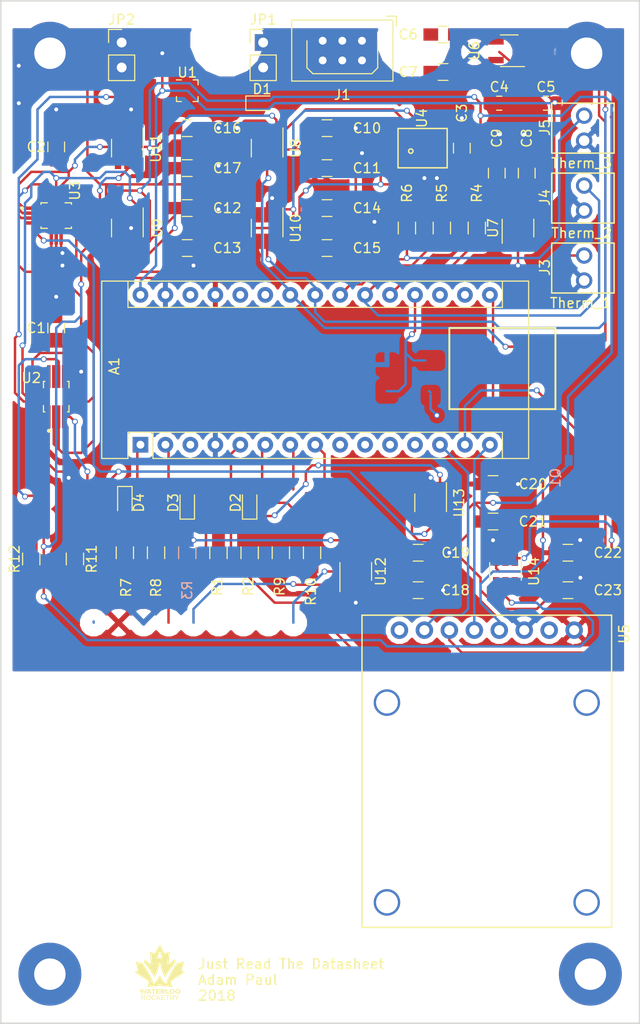
<source format=kicad_pcb>
(kicad_pcb (version 20171130) (host pcbnew "(5.1.4)-1")
  (layers (0 F.Cu signal hide) (31 B.Cu signal hide) (34 B.Paste user) (35 F.Paste user) (36 B.SilkS user) (37 F.SilkS user) (38 B.Mask user) (39 F.Mask user) (44 Edge.Cuts user))
  (net 0 "")
  (net 1 GPS_IN)
  (net 2 "Net-(A1-Pad17)")
  (net 3 GPS_OUT)
  (net 4 "Net-(A1-Pad18)")
  (net 5 "Net-(A1-Pad3)")
  (net 6 SIG)
  (net 7 GND)
  (net 8 "Net-(A1-Pad5)")
  (net 9 "Net-(A1-Pad6)")
  (net 10 "Net-(A1-Pad7)")
  (net 11 SDA_5V)
  (net 12 "Net-(A1-Pad8)")
  (net 13 SCL_5V)
  (net 14 "Net-(A1-Pad9)")
  (net 15 "Net-(A1-Pad25)")
  (net 16 "Net-(A1-Pad10)")
  (net 17 "Net-(A1-Pad26)")
  (net 18 "Net-(A1-Pad11)")
  (net 19 5V)
  (net 20 SS)
  (net 21 MOSI)
  (net 22 7.4V)
  (net 23 MISO)
  (net 24 SLK)
  (net 25 1.8V)
  (net 26 3V)
  (net 27 /ICShifter7/VccA)
  (net 28 INT1_5V)
  (net 29 INT0_5V)
  (net 30 /ICShifter7/A)
  (net 31 SDA_1.8V)
  (net 32 SCL_1.8V)
  (net 33 "Net-(U2-Pad11)")
  (net 34 "Net-(U2-Pad10)")
  (net 35 INT1_1.8V)
  (net 36 INT0_1.8V)
  (net 37 "Net-(U3-Pad11)")
  (net 38 "Net-(U3-Pad10)")
  (net 39 "Net-(U4-Pad5)")
  (net 40 "Net-(U4-Pad6)")
  (net 41 SDA_3V)
  (net 42 SCL_3V)
  (net 43 "Net-(U5-Pad2)")
  (net 44 "Net-(U5-Pad8)")
  (net 45 "Net-(U6-Pad3)")
  (net 46 "Net-(U6-Pad4)")
  (net 47 "Net-(U7-Pad1)")
  (net 48 "Net-(U7-Pad3)")
  (net 49 "Net-(A1-Pad1)")
  (net 50 "Net-(A1-Pad2)")
  (net 51 INIT_MAG)
  (net 52 "Net-(A1-Pad30)")
  (net 53 "Net-(C6-Pad1)")
  (net 54 "Net-(D1-Pad2)")
  (net 55 "Net-(D2-Pad2)")
  (net 56 "Net-(D3-Pad2)")
  (net 57 "Net-(D4-Pad2)")
  (net 58 "Net-(R11-Pad2)")
  (net 59 "Net-(R12-Pad1)")
  (net 60 /Thermistor/THERM_OUT)
  (net 61 "/Thermistor 2/THERM_OUT")
  (net 62 "/Thermistor 3/THERM_OUT")
  (net 63 "Net-(U1-Pad12)")
  (net 64 "Net-(U1-Pad11)")
  (module Package_LGA:LGA-12_2x2mm_P0.5mm (layer F.Cu) (at 93.98 57.15)
    (fp_text reference U1 (at 0 -1.85) (layer F.SilkS))
    (fp_text value LSM303AGR)
    (pad 12 smd rect (at -0.25 -0.7625 90) (size 0.375 0.35) (layers F.Cu F.Paste F.Mask) (net 63 "Net-(U1-Pad12)"))
    (pad 11 smd rect (at 0.25 -0.7625 90) (size 0.375 0.35) (layers F.Cu F.Paste F.Mask) (net 64 "Net-(U1-Pad11)"))
    (pad 6 smd rect (at 0.25 0.7625 90) (size 0.375 0.35) (layers F.Cu F.Paste F.Mask) (net 7 GND))
    (pad 5 smd rect (at -0.25 0.7625 90) (size 0.375 0.35) (layers F.Cu F.Paste F.Mask) (net 53 "Net-(C6-Pad1)"))
    (pad 10 smd rect (at 0.7625 -0.75) (size 0.375 0.35) (layers F.Cu F.Paste F.Mask) (net 25 1.8V))
    (pad 1 smd rect (at -0.7625 -0.75) (size 0.375 0.35) (layers F.Cu F.Paste F.Mask) (net 32 SCL_1.8V))
    (pad 7 smd rect (at 0.7625 0.75) (size 0.375 0.35) (layers F.Cu F.Paste F.Mask) (net 51 INIT_MAG))
    (pad 4 smd rect (at -0.7625 0.75) (size 0.375 0.35) (layers F.Cu F.Paste F.Mask) (net 31 SDA_1.8V))
    (pad 8 smd rect (at 0.7625 0.25) (size 0.375 0.35) (layers F.Cu F.Paste F.Mask) (net 7 GND))
    (pad 9 smd rect (at 0.7625 -0.25) (size 0.375 0.35) (layers F.Cu F.Paste F.Mask) (net 25 1.8V))
    (pad 3 smd rect (at -0.7625 0.25) (size 0.375 0.35) (layers F.Cu F.Paste F.Mask) (net 25 1.8V))
    (pad 2 smd rect (at -0.7625 -0.25) (size 0.375 0.35) (layers F.Cu F.Paste F.Mask) (net 25 1.8V))
  )
  (module Capacitor_SMD:C_0805_2012Metric_Pad1.15x1.40mm_HandSolder (layer F.Cu) (at 130.48 58.42)
    (fp_text reference C5 (at 0 -1.65) (layer F.SilkS))
    (fp_text value C)
    (pad 2 smd roundrect (at 1.025 0) (size 1.15 1.4) (layers F.Cu F.Paste F.Mask) (roundrect_rratio 0.217391) (net 7 GND))
    (pad 1 smd roundrect (at -1.025 0) (size 1.15 1.4) (layers F.Cu F.Paste F.Mask) (roundrect_rratio 0.217391) (net 25 1.8V))
  )
  (module Capacitor_SMD:C_0805_2012Metric_Pad1.15x1.40mm_HandSolder (layer F.Cu) (at 125.73 58.42)
    (fp_text reference C4 (at 0 -1.65) (layer F.SilkS))
    (fp_text value C)
    (pad 2 smd roundrect (at 1.025 0) (size 1.15 1.4) (layers F.Cu F.Paste F.Mask) (roundrect_rratio 0.217391) (net 7 GND))
    (pad 1 smd roundrect (at -1.025 0) (size 1.15 1.4) (layers F.Cu F.Paste F.Mask) (roundrect_rratio 0.217391) (net 25 1.8V))
  )
  (module Connector_Harwin:Harwin_LTek-Male_2x03_P2.00mm_Vertical (layer F.Cu) (at 111.76 52.07 180)
    (fp_text reference J1 (at 2 -5.5) (layer F.SilkS))
    (fp_text value Conn_01x06)
    (pad 6 thru_hole circle (at 4 -2 180) (size 1.35 1.35) (drill 0.8) (layers *.Cu *.Mask) (net 11 SDA_5V))
    (pad 4 thru_hole circle (at 2 -2 180) (size 1.35 1.35) (drill 0.8) (layers *.Cu *.Mask) (net 19 5V))
    (pad 2 thru_hole circle (at 0 -2 180) (size 1.35 1.35) (drill 0.8) (layers *.Cu *.Mask) (net 25 1.8V))
    (pad 5 thru_hole circle (at 4 0 180) (size 1.35 1.35) (drill 0.8) (layers *.Cu *.Mask) (net 13 SCL_5V))
    (pad 3 thru_hole circle (at 2 0 180) (size 1.35 1.35) (drill 0.8) (layers *.Cu *.Mask) (net 26 3V))
    (pad 1 thru_hole rect (at 0 0 180) (size 1.35 1.35) (drill 0.8) (layers *.Cu *.Mask) (net 7 GND))
  )
  (module Connector_PinHeader_2.54mm:PinHeader_1x02_P2.54mm_Vertical (layer F.Cu) (at 87.305 52.25)
    (fp_text reference JP2 (at 0 -2.33) (layer F.SilkS))
    (fp_text value Jumper)
    (pad 2 thru_hole oval (at 0 2.54) (size 1.7 1.7) (drill 1) (layers *.Cu *.Mask) (net 9 "Net-(A1-Pad6)"))
    (pad 1 thru_hole rect (at 0 0) (size 1.7 1.7) (drill 1) (layers *.Cu *.Mask) (net 29 INT0_5V))
  )
  (module Connector_PinHeader_2.54mm:PinHeader_1x02_P2.54mm_Vertical (layer F.Cu) (at 101.705 52.25)
    (fp_text reference JP1 (at 0 -2.33) (layer F.SilkS))
    (fp_text value Jumper)
    (pad 2 thru_hole oval (at 0 2.54) (size 1.7 1.7) (drill 1) (layers *.Cu *.Mask) (net 28 INT1_5V))
    (pad 1 thru_hole rect (at 0 0) (size 1.7 1.7) (drill 1) (layers *.Cu *.Mask) (net 8 "Net-(A1-Pad5)"))
  )
  (module Diode_SMD:D_0603_1608Metric_Pad1.05x0.95mm_HandSolder (layer F.Cu) (at 87.63 99.06 270)
    (fp_text reference D4 (at 0 -1.43 90) (layer F.SilkS))
    (fp_text value LED)
    (pad 2 smd roundrect (at 0.875 0 270) (size 1.05 0.95) (layers F.Cu F.Paste F.Mask) (net 57 "Net-(D4-Pad2)"))
    (pad 1 smd roundrect (at -0.875 0 270) (size 1.05 0.95) (layers F.Cu F.Paste F.Mask) (net 7 GND))
  )
  (module Diode_SMD:D_0603_1608Metric_Pad1.05x0.95mm_HandSolder (layer F.Cu) (at 93.98 99.06 90)
    (fp_text reference D3 (at 0 -1.43 90) (layer F.SilkS))
    (fp_text value LED)
    (pad 2 smd roundrect (at 0.875 0 90) (size 1.05 0.95) (layers F.Cu F.Paste F.Mask) (net 56 "Net-(D3-Pad2)"))
    (pad 1 smd roundrect (at -0.875 0 90) (size 1.05 0.95) (layers F.Cu F.Paste F.Mask) (net 7 GND))
  )
  (module Diode_SMD:D_0603_1608Metric_Pad1.05x0.95mm_HandSolder (layer F.Cu) (at 100.33 99.06 90)
    (fp_text reference D2 (at 0 -1.43 90) (layer F.SilkS))
    (fp_text value LED)
    (pad 2 smd roundrect (at 0.875 0 90) (size 1.05 0.95) (layers F.Cu F.Paste F.Mask) (net 55 "Net-(D2-Pad2)"))
    (pad 1 smd roundrect (at -0.875 0 90) (size 1.05 0.95) (layers F.Cu F.Paste F.Mask) (net 7 GND))
  )
  (module Diode_SMD:D_0603_1608Metric_Pad1.05x0.95mm_HandSolder (layer F.Cu) (at 101.6 58.42)
    (fp_text reference D1 (at 0 -1.43) (layer F.SilkS))
    (fp_text value LED)
    (pad 2 smd roundrect (at 0.875 0) (size 1.05 0.95) (layers F.Cu F.Paste F.Mask) (net 54 "Net-(D1-Pad2)"))
    (pad 1 smd roundrect (at -0.875 0) (size 1.05 0.95) (layers F.Cu F.Paste F.Mask) (net 7 GND))
  )
  (module TO_SOT_Packages_SMD:SOT-23-6_Handsoldering (layer F.Cu) (at 118.745 99.06 270)
    (fp_text reference U13 (at 0 -2.9 270) (layer F.SilkS))
    (fp_text value PI4ULS5V201TAEX hide)
    (pad 1 smd rect (at -1.35 -0.95 270) (size 1.56 0.65) (layers F.Cu F.Paste F.Mask) (net 29 INT0_5V))
    (pad 2 smd rect (at -1.35 0 270) (size 1.56 0.65) (layers F.Cu F.Paste F.Mask) (net 7 GND))
    (pad 3 smd rect (at -1.35 0.95 270) (size 1.56 0.65) (layers F.Cu F.Paste F.Mask) (net 19 5V))
    (pad 4 smd rect (at 1.35 0.95 270) (size 1.56 0.65) (layers F.Cu F.Paste F.Mask) (net 25 1.8V))
    (pad 6 smd rect (at 1.35 -0.95 270) (size 1.56 0.65) (layers F.Cu F.Paste F.Mask) (net 19 5V))
    (pad 5 smd rect (at 1.35 0 270) (size 1.56 0.65) (layers F.Cu F.Paste F.Mask) (net 36 INT0_1.8V))
  )
  (module arduino:Arduino_Nano (layer F.Cu) (at 89.2175 93.1545 90)
    (fp_text reference A1 (at 8.001 -2.667 90) (layer F.SilkS))
    (fp_text value Arduino_Nano hide)
    (pad 1 thru_hole rect (at 0 0 90) (size 1.6 1.6) (drill 0.8) (layers *.Cu *.Mask) (net 49 "Net-(A1-Pad1)"))
    (pad 17 thru_hole oval (at 15.24 33.02 90) (size 1.6 1.6) (drill 0.8) (layers *.Cu *.Mask) (net 2 "Net-(A1-Pad17)"))
    (pad 2 thru_hole oval (at 0 2.54 90) (size 1.6 1.6) (drill 0.8) (layers *.Cu *.Mask) (net 50 "Net-(A1-Pad2)"))
    (pad 18 thru_hole oval (at 15.24 30.48 90) (size 1.6 1.6) (drill 0.8) (layers *.Cu *.Mask) (net 4 "Net-(A1-Pad18)"))
    (pad 3 thru_hole oval (at 0 5.08 90) (size 1.6 1.6) (drill 0.8) (layers *.Cu *.Mask) (net 5 "Net-(A1-Pad3)"))
    (pad 19 thru_hole oval (at 15.24 27.94 90) (size 1.6 1.6) (drill 0.8) (layers *.Cu *.Mask) (net 6 SIG))
    (pad 4 thru_hole oval (at 0 7.62 90) (size 1.6 1.6) (drill 0.8) (layers *.Cu *.Mask) (net 7 GND))
    (pad 20 thru_hole oval (at 15.24 25.4 90) (size 1.6 1.6) (drill 0.8) (layers *.Cu *.Mask) (net 60 /Thermistor/THERM_OUT))
    (pad 5 thru_hole oval (at 0 10.16 90) (size 1.6 1.6) (drill 0.8) (layers *.Cu *.Mask) (net 8 "Net-(A1-Pad5)"))
    (pad 21 thru_hole oval (at 15.24 22.86 90) (size 1.6 1.6) (drill 0.8) (layers *.Cu *.Mask) (net 61 "/Thermistor 2/THERM_OUT"))
    (pad 6 thru_hole oval (at 0 12.7 90) (size 1.6 1.6) (drill 0.8) (layers *.Cu *.Mask) (net 9 "Net-(A1-Pad6)"))
    (pad 22 thru_hole oval (at 15.24 20.32 90) (size 1.6 1.6) (drill 0.8) (layers *.Cu *.Mask) (net 62 "/Thermistor 3/THERM_OUT"))
    (pad 7 thru_hole oval (at 0 15.24 90) (size 1.6 1.6) (drill 0.8) (layers *.Cu *.Mask) (net 10 "Net-(A1-Pad7)"))
    (pad 23 thru_hole oval (at 15.24 17.78 90) (size 1.6 1.6) (drill 0.8) (layers *.Cu *.Mask) (net 11 SDA_5V))
    (pad 8 thru_hole oval (at 0 17.78 90) (size 1.6 1.6) (drill 0.8) (layers *.Cu *.Mask) (net 12 "Net-(A1-Pad8)"))
    (pad 24 thru_hole oval (at 15.24 15.24 90) (size 1.6 1.6) (drill 0.8) (layers *.Cu *.Mask) (net 13 SCL_5V))
    (pad 9 thru_hole oval (at 0 20.32 90) (size 1.6 1.6) (drill 0.8) (layers *.Cu *.Mask) (net 14 "Net-(A1-Pad9)"))
    (pad 25 thru_hole oval (at 15.24 12.7 90) (size 1.6 1.6) (drill 0.8) (layers *.Cu *.Mask) (net 15 "Net-(A1-Pad25)"))
    (pad 10 thru_hole oval (at 0 22.86 90) (size 1.6 1.6) (drill 0.8) (layers *.Cu *.Mask) (net 16 "Net-(A1-Pad10)"))
    (pad 26 thru_hole oval (at 15.24 10.16 90) (size 1.6 1.6) (drill 0.8) (layers *.Cu *.Mask) (net 17 "Net-(A1-Pad26)"))
    (pad 11 thru_hole oval (at 0 25.4 90) (size 1.6 1.6) (drill 0.8) (layers *.Cu *.Mask) (net 18 "Net-(A1-Pad11)"))
    (pad 27 thru_hole oval (at 15.24 7.62 90) (size 1.6 1.6) (drill 0.8) (layers *.Cu *.Mask) (net 19 5V))
    (pad 12 thru_hole oval (at 0 27.94 90) (size 1.6 1.6) (drill 0.8) (layers *.Cu *.Mask) (net 51 INIT_MAG))
    (pad 28 thru_hole oval (at 15.24 5.08 90) (size 1.6 1.6) (drill 0.8) (layers *.Cu *.Mask))
    (pad 13 thru_hole oval (at 0 30.48 90) (size 1.6 1.6) (drill 0.8) (layers *.Cu *.Mask) (net 20 SS))
    (pad 29 thru_hole oval (at 15.24 2.54 90) (size 1.6 1.6) (drill 0.8) (layers *.Cu *.Mask) (net 7 GND))
    (pad 14 thru_hole oval (at 0 33.02 90) (size 1.6 1.6) (drill 0.8) (layers *.Cu *.Mask) (net 21 MOSI))
    (pad 30 thru_hole oval (at 15.24 0 90) (size 1.6 1.6) (drill 0.8) (layers *.Cu *.Mask) (net 52 "Net-(A1-Pad30)"))
    (pad 15 thru_hole oval (at 0 35.56 90) (size 1.6 1.6) (drill 0.8) (layers *.Cu *.Mask) (net 23 MISO))
    (pad 16 thru_hole oval (at 15.24 35.56 90) (size 1.6 1.6) (drill 0.8) (layers *.Cu *.Mask) (net 24 SLK))
  )
  (module Capacitors_SMD:C_0805_HandSoldering (layer F.Cu) (at 80.645 81.28 90)
    (fp_text reference C1 (at 0 -2.032 180) (layer F.SilkS))
    (fp_text value 100nF hide)
    (pad 1 smd rect (at -1.25 0 90) (size 1.5 1.25) (layers F.Cu F.Paste F.Mask) (net 25 1.8V))
    (pad 2 smd rect (at 1.25 0 90) (size 1.5 1.25) (layers F.Cu F.Paste F.Mask) (net 7 GND))
  )
  (module Capacitors_SMD:C_0805_HandSoldering (layer F.Cu) (at 80.645 62.865 90)
    (fp_text reference C2 (at 0 -2.032 180) (layer F.SilkS))
    (fp_text value 100nF hide)
    (pad 1 smd rect (at -1.25 0 90) (size 1.5 1.25) (layers F.Cu F.Paste F.Mask) (net 25 1.8V))
    (pad 2 smd rect (at 1.25 0 90) (size 1.5 1.25) (layers F.Cu F.Paste F.Mask) (net 7 GND))
  )
  (module Capacitors_SMD:C_0805_HandSoldering (layer F.Cu) (at 121.92 62.992 90)
    (fp_text reference C3 (at 3.556 0 90) (layer F.SilkS))
    (fp_text value 100nF hide)
    (pad 1 smd rect (at -1.25 0 90) (size 1.5 1.25) (layers F.Cu F.Paste F.Mask) (net 26 3V))
    (pad 2 smd rect (at 1.25 0 90) (size 1.5 1.25) (layers F.Cu F.Paste F.Mask) (net 7 GND))
  )
  (module Capacitors_SMD:C_0805_HandSoldering (layer F.Cu) (at 120.015 51.435 180)
    (fp_text reference C6 (at 3.556 0 180) (layer F.SilkS))
    (fp_text value C hide)
    (pad 1 smd rect (at -1.25 0 180) (size 1.5 1.25) (layers F.Cu F.Paste F.Mask) (net 53 "Net-(C6-Pad1)"))
    (pad 2 smd rect (at 1.25 0 180) (size 1.5 1.25) (layers F.Cu F.Paste F.Mask) (net 7 GND))
  )
  (module Capacitors_SMD:C_0805_HandSoldering (layer F.Cu) (at 120.015 55.245 180)
    (fp_text reference C7 (at 3.556 0 180) (layer F.SilkS))
    (fp_text value C hide)
    (pad 1 smd rect (at -1.25 0 180) (size 1.5 1.25) (layers F.Cu F.Paste F.Mask) (net 25 1.8V))
    (pad 2 smd rect (at 1.25 0 180) (size 1.5 1.25) (layers F.Cu F.Paste F.Mask) (net 7 GND))
  )
  (module Capacitors_SMD:C_0805_HandSoldering (layer F.Cu) (at 128.524 65.532 90)
    (fp_text reference C8 (at 3.556 0 90) (layer F.SilkS))
    (fp_text value 0.1uF hide)
    (pad 1 smd rect (at -1.25 0 90) (size 1.5 1.25) (layers F.Cu F.Paste F.Mask) (net 22 7.4V))
    (pad 2 smd rect (at 1.25 0 90) (size 1.5 1.25) (layers F.Cu F.Paste F.Mask) (net 7 GND))
  )
  (module Capacitors_SMD:C_0805_HandSoldering (layer F.Cu) (at 125.476 65.532 90)
    (fp_text reference C9 (at 3.556 0 90) (layer F.SilkS))
    (fp_text value 0.47uF hide)
    (pad 1 smd rect (at -1.25 0 90) (size 1.5 1.25) (layers F.Cu F.Paste F.Mask) (net 25 1.8V))
    (pad 2 smd rect (at 1.25 0 90) (size 1.5 1.25) (layers F.Cu F.Paste F.Mask) (net 7 GND))
  )
  (module Capacitors_SMD:C_0805_HandSoldering (layer F.Cu) (at 108.204 60.96)
    (fp_text reference C10 (at 4.064 0) (layer F.SilkS))
    (fp_text value .1uF hide)
    (pad 1 smd rect (at -1.25 0) (size 1.5 1.25) (layers F.Cu F.Paste F.Mask) (net 26 3V))
    (pad 2 smd rect (at 1.25 0) (size 1.5 1.25) (layers F.Cu F.Paste F.Mask) (net 7 GND))
  )
  (module Capacitors_SMD:C_0805_HandSoldering (layer F.Cu) (at 108.204 65.024)
    (fp_text reference C11 (at 4.064 0) (layer F.SilkS))
    (fp_text value .1uF hide)
    (pad 1 smd rect (at -1.25 0) (size 1.5 1.25) (layers F.Cu F.Paste F.Mask) (net 19 5V))
    (pad 2 smd rect (at 1.25 0) (size 1.5 1.25) (layers F.Cu F.Paste F.Mask) (net 7 GND))
  )
  (module Capacitors_SMD:C_0805_HandSoldering (layer F.Cu) (at 93.98 69.088)
    (fp_text reference C12 (at 4.064 0) (layer F.SilkS))
    (fp_text value .1uF hide)
    (pad 1 smd rect (at -1.25 0) (size 1.5 1.25) (layers F.Cu F.Paste F.Mask) (net 25 1.8V))
    (pad 2 smd rect (at 1.25 0) (size 1.5 1.25) (layers F.Cu F.Paste F.Mask) (net 7 GND))
  )
  (module Capacitors_SMD:C_0805_HandSoldering (layer F.Cu) (at 93.98 73.152)
    (fp_text reference C13 (at 4.064 0) (layer F.SilkS))
    (fp_text value .1uF hide)
    (pad 1 smd rect (at -1.25 0) (size 1.5 1.25) (layers F.Cu F.Paste F.Mask) (net 26 3V))
    (pad 2 smd rect (at 1.25 0) (size 1.5 1.25) (layers F.Cu F.Paste F.Mask) (net 7 GND))
  )
  (module Capacitors_SMD:C_0805_HandSoldering (layer F.Cu) (at 108.204 69.088)
    (fp_text reference C14 (at 4.064 0) (layer F.SilkS))
    (fp_text value .1uF hide)
    (pad 1 smd rect (at -1.25 0) (size 1.5 1.25) (layers F.Cu F.Paste F.Mask) (net 26 3V))
    (pad 2 smd rect (at 1.25 0) (size 1.5 1.25) (layers F.Cu F.Paste F.Mask) (net 7 GND))
  )
  (module Capacitors_SMD:C_0805_HandSoldering (layer F.Cu) (at 108.204 73.152)
    (fp_text reference C15 (at 4.064 0) (layer F.SilkS))
    (fp_text value .1uF hide)
    (pad 1 smd rect (at -1.25 0) (size 1.5 1.25) (layers F.Cu F.Paste F.Mask) (net 19 5V))
    (pad 2 smd rect (at 1.25 0) (size 1.5 1.25) (layers F.Cu F.Paste F.Mask) (net 7 GND))
  )
  (module Capacitors_SMD:C_0805_HandSoldering (layer F.Cu) (at 93.98 60.96)
    (fp_text reference C16 (at 4.064 0) (layer F.SilkS))
    (fp_text value .1uF hide)
    (pad 1 smd rect (at -1.25 0) (size 1.5 1.25) (layers F.Cu F.Paste F.Mask) (net 25 1.8V))
    (pad 2 smd rect (at 1.25 0) (size 1.5 1.25) (layers F.Cu F.Paste F.Mask) (net 7 GND))
  )
  (module Capacitors_SMD:C_0805_HandSoldering (layer F.Cu) (at 93.98 65.024)
    (fp_text reference C17 (at 4.064 0) (layer F.SilkS))
    (fp_text value .1uF hide)
    (pad 1 smd rect (at -1.25 0) (size 1.5 1.25) (layers F.Cu F.Paste F.Mask) (net 26 3V))
    (pad 2 smd rect (at 1.25 0) (size 1.5 1.25) (layers F.Cu F.Paste F.Mask) (net 7 GND))
  )
  (module Capacitors_SMD:C_0805_HandSoldering (layer F.Cu) (at 117.475 107.95)
    (fp_text reference C18 (at 3.81 0) (layer F.SilkS))
    (fp_text value .1uF hide)
    (pad 1 smd rect (at -1.25 0) (size 1.5 1.25) (layers F.Cu F.Paste F.Mask) (net 27 /ICShifter7/VccA))
    (pad 2 smd rect (at 1.25 0) (size 1.5 1.25) (layers F.Cu F.Paste F.Mask) (net 7 GND))
  )
  (module Capacitors_SMD:C_0805_HandSoldering (layer F.Cu) (at 117.475 104.14)
    (fp_text reference C19 (at 3.81 0) (layer F.SilkS))
    (fp_text value .1uF hide)
    (pad 1 smd rect (at -1.25 0) (size 1.5 1.25) (layers F.Cu F.Paste F.Mask) (net 19 5V))
    (pad 2 smd rect (at 1.25 0) (size 1.5 1.25) (layers F.Cu F.Paste F.Mask) (net 7 GND))
  )
  (module Capacitors_SMD:C_0805_HandSoldering (layer F.Cu) (at 125.095 97.155)
    (fp_text reference C20 (at 4.064 0) (layer F.SilkS))
    (fp_text value .1uF hide)
    (pad 1 smd rect (at -1.25 0) (size 1.5 1.25) (layers F.Cu F.Paste F.Mask) (net 19 5V))
    (pad 2 smd rect (at 1.25 0) (size 1.5 1.25) (layers F.Cu F.Paste F.Mask) (net 7 GND))
  )
  (module Capacitors_SMD:C_0805_HandSoldering (layer F.Cu) (at 125.095 100.965)
    (fp_text reference C21 (at 4.064 0) (layer F.SilkS))
    (fp_text value .1uF hide)
    (pad 1 smd rect (at -1.25 0) (size 1.5 1.25) (layers F.Cu F.Paste F.Mask) (net 25 1.8V))
    (pad 2 smd rect (at 1.25 0) (size 1.5 1.25) (layers F.Cu F.Paste F.Mask) (net 7 GND))
  )
  (module Capacitors_SMD:C_0805_HandSoldering (layer F.Cu) (at 132.715 104.14)
    (fp_text reference C22 (at 4.064 0) (layer F.SilkS))
    (fp_text value .1uF hide)
    (pad 1 smd rect (at -1.25 0) (size 1.5 1.25) (layers F.Cu F.Paste F.Mask) (net 19 5V))
    (pad 2 smd rect (at 1.25 0) (size 1.5 1.25) (layers F.Cu F.Paste F.Mask) (net 7 GND))
  )
  (module Capacitors_SMD:C_0805_HandSoldering (layer F.Cu) (at 132.715 107.95)
    (fp_text reference C23 (at 4.064 0) (layer F.SilkS))
    (fp_text value .1uF hide)
    (pad 1 smd rect (at -1.25 0) (size 1.5 1.25) (layers F.Cu F.Paste F.Mask) (net 25 1.8V))
    (pad 2 smd rect (at 1.25 0) (size 1.5 1.25) (layers F.Cu F.Paste F.Mask) (net 7 GND))
  )
  (module molex:molex_kk_22-23-2021 (layer F.Cu) (at 137.414 75.184 90)
    (fp_text reference J3 (at 0.0635 -7.0485 90) (layer F.SilkS))
    (fp_text value Conn_01x02 hide)
    (pad 1 thru_hole circle (at -1.27 -3.048 90) (size 1.67 1.67) (drill 1.07) (layers *.Cu *.Mask) (net 7 GND))
    (pad 2 thru_hole circle (at 1.27 -3.048 90) (size 1.67 1.67) (drill 1.07) (layers *.Cu *.Mask) (net 60 /Thermistor/THERM_OUT))
  )
  (module molex:molex_kk_22-23-2021 (layer F.Cu) (at 137.414 68.072 90)
    (fp_text reference J4 (at 0.0635 -7.0485 90) (layer F.SilkS))
    (fp_text value Conn_01x02 hide)
    (pad 1 thru_hole circle (at -1.27 -3.048 90) (size 1.67 1.67) (drill 1.07) (layers *.Cu *.Mask) (net 7 GND))
    (pad 2 thru_hole circle (at 1.27 -3.048 90) (size 1.67 1.67) (drill 1.07) (layers *.Cu *.Mask) (net 61 "/Thermistor 2/THERM_OUT"))
  )
  (module molex:molex_kk_22-23-2021 (layer F.Cu) (at 137.414 60.96 90)
    (fp_text reference J5 (at 0.0635 -7.0485 90) (layer F.SilkS))
    (fp_text value Conn_01x02 hide)
    (pad 1 thru_hole circle (at -1.27 -3.048 90) (size 1.67 1.67) (drill 1.07) (layers *.Cu *.Mask) (net 7 GND))
    (pad 2 thru_hole circle (at 1.27 -3.048 90) (size 1.67 1.67) (drill 1.07) (layers *.Cu *.Mask) (net 62 "/Thermistor 3/THERM_OUT"))
  )
  (module Resistors_SMD:R_0805_HandSoldering (layer F.Cu) (at 97.155 104.14 90)
    (fp_text reference R1 (at -3.429 -0.127 90) (layer F.SilkS))
    (fp_text value 120 hide)
    (pad 1 smd rect (at -1.35 0 90) (size 1.5 1.3) (layers F.Cu F.Paste F.Mask) (net 54 "Net-(D1-Pad2)"))
    (pad 2 smd rect (at 1.35 0 90) (size 1.5 1.3) (layers F.Cu F.Paste F.Mask) (net 25 1.8V))
  )
  (module Resistors_SMD:R_0805_HandSoldering (layer F.Cu) (at 100.33 104.14 90)
    (fp_text reference R2 (at -3.429 -0.127 90) (layer F.SilkS))
    (fp_text value 120 hide)
    (pad 1 smd rect (at -1.35 0 90) (size 1.5 1.3) (layers F.Cu F.Paste F.Mask) (net 55 "Net-(D2-Pad2)"))
    (pad 2 smd rect (at 1.35 0 90) (size 1.5 1.3) (layers F.Cu F.Paste F.Mask) (net 26 3V))
  )
  (module Resistors_SMD:R_0805_HandSoldering (layer B.Cu) (at 93.98 104.14 270)
    (fp_text reference R3 (at 3.81 0 90) (layer B.SilkS) (effects (justify mirror)))
    (fp_text value 120 hide)
    (pad 1 smd rect (at -1.35 0 270) (size 1.5 1.3) (layers B.Cu B.Paste B.Mask) (net 56 "Net-(D3-Pad2)"))
    (pad 2 smd rect (at 1.35 0 270) (size 1.5 1.3) (layers B.Cu B.Paste B.Mask) (net 19 5V))
  )
  (module Resistors_SMD:R_0805_HandSoldering (layer F.Cu) (at 123.444 71.12 270)
    (fp_text reference R4 (at -3.556 0 270) (layer F.SilkS))
    (fp_text value R hide)
    (pad 1 smd rect (at -1.35 0 270) (size 1.5 1.3) (layers F.Cu F.Paste F.Mask) (net 19 5V))
    (pad 2 smd rect (at 1.35 0 270) (size 1.5 1.3) (layers F.Cu F.Paste F.Mask) (net 60 /Thermistor/THERM_OUT))
  )
  (module Resistors_SMD:R_0805_HandSoldering (layer F.Cu) (at 119.888 71.12 270)
    (fp_text reference R5 (at -3.556 0 270) (layer F.SilkS))
    (fp_text value R hide)
    (pad 1 smd rect (at -1.35 0 270) (size 1.5 1.3) (layers F.Cu F.Paste F.Mask) (net 19 5V))
    (pad 2 smd rect (at 1.35 0 270) (size 1.5 1.3) (layers F.Cu F.Paste F.Mask) (net 61 "/Thermistor 2/THERM_OUT"))
  )
  (module Resistors_SMD:R_0805_HandSoldering (layer F.Cu) (at 116.332 71.12 270)
    (fp_text reference R6 (at -3.556 0 270) (layer F.SilkS))
    (fp_text value R hide)
    (pad 1 smd rect (at -1.35 0 270) (size 1.5 1.3) (layers F.Cu F.Paste F.Mask) (net 19 5V))
    (pad 2 smd rect (at 1.35 0 270) (size 1.5 1.3) (layers F.Cu F.Paste F.Mask) (net 62 "/Thermistor 3/THERM_OUT"))
  )
  (module adafruit:adafruit254 (layer F.Cu) (at 137.16 126.365 90)
    (fp_text reference U5 (at 13.97 1.27 90) (layer F.SilkS))
    (fp_text value MicroSD-ADAFRUIT254 hide)
    (pad 1 thru_hole circle (at 14.351 -3.81 180) (size 1.78 1.78) (drill 1.016) (layers *.Cu *.Mask) (net 19 5V))
    (pad 2 thru_hole circle (at 14.351 -6.35 180) (size 1.78 1.78) (drill 1.016) (layers *.Cu *.Mask) (net 43 "Net-(U5-Pad2)"))
    (pad 4 thru_hole circle (at 14.351 -11.43 180) (size 1.78 1.78) (drill 1.016) (layers *.Cu *.Mask) (net 24 SLK))
    (pad 3 thru_hole circle (at 14.351 -8.89 180) (size 1.78 1.78) (drill 1.016) (layers *.Cu *.Mask) (net 7 GND))
    (pad 5 thru_hole circle (at 14.351 -13.97 180) (size 1.78 1.78) (drill 1.016) (layers *.Cu *.Mask) (net 23 MISO))
    (pad 6 thru_hole circle (at 14.351 -16.51 180) (size 1.78 1.78) (drill 1.016) (layers *.Cu *.Mask) (net 21 MOSI))
    (pad 7 thru_hole circle (at 14.351 -19.05 180) (size 1.78 1.78) (drill 1.016) (layers *.Cu *.Mask) (net 20 SS))
    (pad 8 thru_hole circle (at 14.351 -21.59 180) (size 1.78 1.78) (drill 1.016) (layers *.Cu *.Mask) (net 44 "Net-(U5-Pad8)"))
    (pad "" np_thru_hole circle (at -13.335 -22.86 90) (size 2.7 2.7) (drill 2.22) (layers *.Cu *.Mask))
    (pad "" np_thru_hole circle (at -13.335 -2.54 90) (size 2.7 2.7) (drill 2.22) (layers *.Cu *.Mask))
    (pad "" np_thru_hole circle (at 6.985 -2.54 90) (size 2.7 2.7) (drill 2.22) (layers *.Cu *.Mask))
    (pad "" np_thru_hole circle (at 6.985 -22.86 90) (size 2.7 2.7) (drill 2.22) (layers *.Cu *.Mask))
  )
  (module Resistors_SMD:R_0805_HandSoldering (layer F.Cu) (at 87.63 104.14 90)
    (fp_text reference R7 (at -3.556 0.127 90) (layer F.SilkS))
    (fp_text value 120 hide)
    (pad 1 smd rect (at -1.35 0 90) (size 1.5 1.3) (layers F.Cu F.Paste F.Mask) (net 57 "Net-(D4-Pad2)"))
    (pad 2 smd rect (at 1.35 0 90) (size 1.5 1.3) (layers F.Cu F.Paste F.Mask) (net 18 "Net-(A1-Pad11)"))
  )
  (module Resistors_SMD:R_0805_HandSoldering (layer F.Cu) (at 90.805 104.14 90)
    (fp_text reference R8 (at -3.556 0 90) (layer F.SilkS))
    (fp_text value 0 hide)
    (pad 1 smd rect (at -1.35 0 90) (size 1.5 1.3) (layers F.Cu F.Paste F.Mask) (net 3 GPS_OUT))
    (pad 2 smd rect (at 1.35 0 90) (size 1.5 1.3) (layers F.Cu F.Paste F.Mask) (net 50 "Net-(A1-Pad2)"))
  )
  (module Resistors_SMD:R_0805_HandSoldering (layer F.Cu) (at 103.505 104.14 90)
    (fp_text reference R9 (at -3.429 -0.127 90) (layer F.SilkS))
    (fp_text value 0 hide)
    (pad 1 smd rect (at -1.35 0 90) (size 1.5 1.3) (layers F.Cu F.Paste F.Mask) (net 1 GPS_IN))
    (pad 2 smd rect (at 1.35 0 90) (size 1.5 1.3) (layers F.Cu F.Paste F.Mask) (net 10 "Net-(A1-Pad7)"))
  )
  (module Resistors_SMD:R_0805_HandSoldering (layer F.Cu) (at 106.68 104.14 90)
    (fp_text reference R10 (at -3.937 -0.127 90) (layer F.SilkS))
    (fp_text value 0 hide)
    (pad 1 smd rect (at -1.35 0 90) (size 1.5 1.3) (layers F.Cu F.Paste F.Mask) (net 3 GPS_OUT))
    (pad 2 smd rect (at 1.35 0 90) (size 1.5 1.3) (layers F.Cu F.Paste F.Mask) (net 12 "Net-(A1-Pad8)"))
  )
  (module TO_SOT_Packages_SMD:SOT-23-5_HandSoldering (layer F.Cu) (at 126.746 53.086 180)
    (fp_text reference U6 (at 3.556 0 270) (layer F.SilkS))
    (fp_text value XC6201P302MR-G hide)
    (pad 1 smd rect (at -1.35 -0.95 180) (size 1.56 0.65) (layers F.Cu F.Paste F.Mask) (net 22 7.4V))
    (pad 2 smd rect (at -1.35 0 180) (size 1.56 0.65) (layers F.Cu F.Paste F.Mask) (net 7 GND))
    (pad 3 smd rect (at -1.35 0.95 180) (size 1.56 0.65) (layers F.Cu F.Paste F.Mask) (net 45 "Net-(U6-Pad3)"))
    (pad 4 smd rect (at 1.35 0.95 180) (size 1.56 0.65) (layers F.Cu F.Paste F.Mask) (net 46 "Net-(U6-Pad4)"))
    (pad 5 smd rect (at 1.35 -0.95 180) (size 1.56 0.65) (layers F.Cu F.Paste F.Mask) (net 26 3V))
  )
  (module TO_SOT_Packages_SMD:SOT-23-5_HandSoldering (layer F.Cu) (at 127.635 71.12 90)
    (fp_text reference U7 (at 0 -2.54 90) (layer F.SilkS))
    (fp_text value TPS71518DCKR hide)
    (pad 1 smd rect (at -1.35 -0.95 90) (size 1.56 0.65) (layers F.Cu F.Paste F.Mask) (net 47 "Net-(U7-Pad1)"))
    (pad 2 smd rect (at -1.35 0 90) (size 1.56 0.65) (layers F.Cu F.Paste F.Mask) (net 7 GND))
    (pad 3 smd rect (at -1.35 0.95 90) (size 1.56 0.65) (layers F.Cu F.Paste F.Mask) (net 48 "Net-(U7-Pad3)"))
    (pad 4 smd rect (at 1.35 0.95 90) (size 1.56 0.65) (layers F.Cu F.Paste F.Mask) (net 22 7.4V))
    (pad 5 smd rect (at 1.35 -0.95 90) (size 1.56 0.65) (layers F.Cu F.Paste F.Mask) (net 25 1.8V))
  )
  (module TO_SOT_Packages_SMD:SOT-23-6_Handsoldering (layer F.Cu) (at 102.108 62.992 270)
    (fp_text reference U8 (at 0 -2.9 270) (layer F.SilkS))
    (fp_text value PI4ULS5V201TAEX hide)
    (pad 1 smd rect (at -1.35 -0.95 270) (size 1.56 0.65) (layers F.Cu F.Paste F.Mask) (net 42 SCL_3V))
    (pad 2 smd rect (at -1.35 0 270) (size 1.56 0.65) (layers F.Cu F.Paste F.Mask) (net 7 GND))
    (pad 3 smd rect (at -1.35 0.95 270) (size 1.56 0.65) (layers F.Cu F.Paste F.Mask) (net 26 3V))
    (pad 4 smd rect (at 1.35 0.95 270) (size 1.56 0.65) (layers F.Cu F.Paste F.Mask) (net 19 5V))
    (pad 6 smd rect (at 1.35 -0.95 270) (size 1.56 0.65) (layers F.Cu F.Paste F.Mask) (net 26 3V))
    (pad 5 smd rect (at 1.35 0 270) (size 1.56 0.65) (layers F.Cu F.Paste F.Mask) (net 13 SCL_5V))
  )
  (module TO_SOT_Packages_SMD:SOT-23-6_Handsoldering (layer F.Cu) (at 87.884 71.12 270)
    (fp_text reference U9 (at 0 -3.048 270) (layer F.SilkS))
    (fp_text value PI4ULS5V201TAEX hide)
    (pad 1 smd rect (at -1.35 -0.95 270) (size 1.56 0.65) (layers F.Cu F.Paste F.Mask) (net 32 SCL_1.8V))
    (pad 2 smd rect (at -1.35 0 270) (size 1.56 0.65) (layers F.Cu F.Paste F.Mask) (net 7 GND))
    (pad 3 smd rect (at -1.35 0.95 270) (size 1.56 0.65) (layers F.Cu F.Paste F.Mask) (net 25 1.8V))
    (pad 4 smd rect (at 1.35 0.95 270) (size 1.56 0.65) (layers F.Cu F.Paste F.Mask) (net 26 3V))
    (pad 6 smd rect (at 1.35 -0.95 270) (size 1.56 0.65) (layers F.Cu F.Paste F.Mask) (net 25 1.8V))
    (pad 5 smd rect (at 1.35 0 270) (size 1.56 0.65) (layers F.Cu F.Paste F.Mask) (net 42 SCL_3V))
  )
  (module TO_SOT_Packages_SMD:SOT-23-6_Handsoldering (layer F.Cu) (at 102.108 71.12 270)
    (fp_text reference U10 (at 0 -2.9 270) (layer F.SilkS))
    (fp_text value PI4ULS5V201TAEX hide)
    (pad 1 smd rect (at -1.35 -0.95 270) (size 1.56 0.65) (layers F.Cu F.Paste F.Mask) (net 41 SDA_3V))
    (pad 2 smd rect (at -1.35 0 270) (size 1.56 0.65) (layers F.Cu F.Paste F.Mask) (net 7 GND))
    (pad 3 smd rect (at -1.35 0.95 270) (size 1.56 0.65) (layers F.Cu F.Paste F.Mask) (net 26 3V))
    (pad 4 smd rect (at 1.35 0.95 270) (size 1.56 0.65) (layers F.Cu F.Paste F.Mask) (net 19 5V))
    (pad 6 smd rect (at 1.35 -0.95 270) (size 1.56 0.65) (layers F.Cu F.Paste F.Mask) (net 26 3V))
    (pad 5 smd rect (at 1.35 0 270) (size 1.56 0.65) (layers F.Cu F.Paste F.Mask) (net 11 SDA_5V))
  )
  (module TO_SOT_Packages_SMD:SOT-23-6_Handsoldering (layer F.Cu) (at 87.884 62.992 270)
    (fp_text reference U11 (at 0 -2.9 270) (layer F.SilkS))
    (fp_text value PI4ULS5V201TAEX hide)
    (pad 1 smd rect (at -1.35 -0.95 270) (size 1.56 0.65) (layers F.Cu F.Paste F.Mask) (net 31 SDA_1.8V))
    (pad 2 smd rect (at -1.35 0 270) (size 1.56 0.65) (layers F.Cu F.Paste F.Mask) (net 7 GND))
    (pad 3 smd rect (at -1.35 0.95 270) (size 1.56 0.65) (layers F.Cu F.Paste F.Mask) (net 25 1.8V))
    (pad 4 smd rect (at 1.35 0.95 270) (size 1.56 0.65) (layers F.Cu F.Paste F.Mask) (net 26 3V))
    (pad 6 smd rect (at 1.35 -0.95 270) (size 1.56 0.65) (layers F.Cu F.Paste F.Mask) (net 25 1.8V))
    (pad 5 smd rect (at 1.35 0 270) (size 1.56 0.65) (layers F.Cu F.Paste F.Mask) (net 41 SDA_3V))
  )
  (module TO_SOT_Packages_SMD:SOT-23-6_Handsoldering (layer F.Cu) (at 111.125 106.045 90)
    (fp_text reference U12 (at 0 2.54 90) (layer F.SilkS))
    (fp_text value PI4ULS5V201TAEX hide)
    (pad 1 smd rect (at -1.35 -0.95 90) (size 1.56 0.65) (layers F.Cu F.Paste F.Mask) (net 30 /ICShifter7/A))
    (pad 2 smd rect (at -1.35 0 90) (size 1.56 0.65) (layers F.Cu F.Paste F.Mask) (net 7 GND))
    (pad 3 smd rect (at -1.35 0.95 90) (size 1.56 0.65) (layers F.Cu F.Paste F.Mask) (net 27 /ICShifter7/VccA))
    (pad 4 smd rect (at 1.35 0.95 90) (size 1.56 0.65) (layers F.Cu F.Paste F.Mask) (net 19 5V))
    (pad 6 smd rect (at 1.35 -0.95 90) (size 1.56 0.65) (layers F.Cu F.Paste F.Mask) (net 27 /ICShifter7/VccA))
    (pad 5 smd rect (at 1.35 0 90) (size 1.56 0.65) (layers F.Cu F.Paste F.Mask) (net 3 GPS_OUT))
  )
  (module TO_SOT_Packages_SMD:SOT-23-6_Handsoldering (layer F.Cu) (at 126.365 106.045 270)
    (fp_text reference U14 (at 0 -2.9 270) (layer F.SilkS))
    (fp_text value PI4ULS5V201TAEX hide)
    (pad 1 smd rect (at -1.35 -0.95 270) (size 1.56 0.65) (layers F.Cu F.Paste F.Mask) (net 28 INT1_5V))
    (pad 2 smd rect (at -1.35 0 270) (size 1.56 0.65) (layers F.Cu F.Paste F.Mask) (net 7 GND))
    (pad 3 smd rect (at -1.35 0.95 270) (size 1.56 0.65) (layers F.Cu F.Paste F.Mask) (net 19 5V))
    (pad 4 smd rect (at 1.35 0.95 270) (size 1.56 0.65) (layers F.Cu F.Paste F.Mask) (net 25 1.8V))
    (pad 6 smd rect (at 1.35 -0.95 270) (size 1.56 0.65) (layers F.Cu F.Paste F.Mask) (net 19 5V))
    (pad 5 smd rect (at 1.35 0 270) (size 1.56 0.65) (layers F.Cu F.Paste F.Mask) (net 35 INT1_1.8V))
  )
  (module Logos:logo6 (layer F.Cu) (at 91.186 146.812)
    (fp_text reference G*** hide)
    (fp_text value LOGO hide)
  )
  (module LGA_Long:LGA-14 (layer F.Cu) (at 80.645 88.265 90)
    (fp_text reference U2 (at 1.905 -2.54 180) (layer F.SilkS) (effects (font (size 1.00238 1.00238))))
    (fp_text value LSM6DS3HTR hide)
    (pad 14 smd rect (at -0.5 -1.795 180) (size 2.32 0.35) (layers F.Cu F.Paste F.Mask) (net 31 SDA_1.8V))
    (pad 13 smd rect (at 0 -1.795 180) (size 2.32 0.35) (layers F.Cu F.Paste F.Mask) (net 32 SCL_1.8V))
    (pad 12 smd rect (at 0.5 -1.795 180) (size 2.32 0.35) (layers F.Cu F.Paste F.Mask) (net 25 1.8V))
    (pad 11 smd rect (at 2.045 -0.75 270) (size 2.32 0.35) (layers F.Cu F.Paste F.Mask) (net 33 "Net-(U2-Pad11)"))
    (pad 10 smd rect (at 2.045 -0.25 270) (size 2.32 0.35) (layers F.Cu F.Paste F.Mask) (net 34 "Net-(U2-Pad10)"))
    (pad 9 smd rect (at 2.045 0.25 270) (size 2.32 0.35) (layers F.Cu F.Paste F.Mask) (net 59 "Net-(R12-Pad1)"))
    (pad 8 smd rect (at 2.045 0.75 270) (size 2.32 0.35) (layers F.Cu F.Paste F.Mask) (net 25 1.8V))
    (pad 5 smd rect (at -0.5 1.795 180) (size 2.32 0.35) (layers F.Cu F.Paste F.Mask) (net 25 1.8V))
    (pad 6 smd rect (at 0 1.795 180) (size 2.32 0.35) (layers F.Cu F.Paste F.Mask) (net 7 GND))
    (pad 7 smd rect (at 0.5 1.795 180) (size 2.32 0.35) (layers F.Cu F.Paste F.Mask) (net 7 GND))
    (pad 1 smd rect (at -2.045 -0.75 270) (size 2.32 0.35) (layers F.Cu F.Paste F.Mask) (net 7 GND))
    (pad 2 smd rect (at -2.045 -0.25 270) (size 2.32 0.35) (layers F.Cu F.Paste F.Mask) (net 25 1.8V))
    (pad 3 smd rect (at -2.045 0.25 270) (size 2.32 0.35) (layers F.Cu F.Paste F.Mask) (net 25 1.8V))
    (pad 4 smd rect (at -2.045 0.75 270) (size 2.32 0.35) (layers F.Cu F.Paste F.Mask) (net 58 "Net-(R11-Pad2)"))
  )
  (module LGA_Long:LGA-14 (layer F.Cu) (at 80.645 69.85)
    (fp_text reference U3 (at 1.905 -2.54 90) (layer F.SilkS) (effects (font (size 1.00238 1.00238))))
    (fp_text value LSM6DS3HTR hide)
    (pad 14 smd rect (at -0.5 -1.795 90) (size 2.32 0.35) (layers F.Cu F.Paste F.Mask) (net 31 SDA_1.8V))
    (pad 13 smd rect (at 0 -1.795 90) (size 2.32 0.35) (layers F.Cu F.Paste F.Mask) (net 32 SCL_1.8V))
    (pad 12 smd rect (at 0.5 -1.795 90) (size 2.32 0.35) (layers F.Cu F.Paste F.Mask) (net 25 1.8V))
    (pad 11 smd rect (at 2.045 -0.75 180) (size 2.32 0.35) (layers F.Cu F.Paste F.Mask) (net 37 "Net-(U3-Pad11)"))
    (pad 10 smd rect (at 2.045 -0.25 180) (size 2.32 0.35) (layers F.Cu F.Paste F.Mask) (net 38 "Net-(U3-Pad10)"))
    (pad 9 smd rect (at 2.045 0.25 180) (size 2.32 0.35) (layers F.Cu F.Paste F.Mask) (net 35 INT1_1.8V))
    (pad 8 smd rect (at 2.045 0.75 180) (size 2.32 0.35) (layers F.Cu F.Paste F.Mask) (net 25 1.8V))
    (pad 5 smd rect (at -0.5 1.795 90) (size 2.32 0.35) (layers F.Cu F.Paste F.Mask) (net 25 1.8V))
    (pad 6 smd rect (at 0 1.795 90) (size 2.32 0.35) (layers F.Cu F.Paste F.Mask) (net 7 GND))
    (pad 7 smd rect (at 0.5 1.795 90) (size 2.32 0.35) (layers F.Cu F.Paste F.Mask) (net 7 GND))
    (pad 1 smd rect (at -2.045 -0.75 180) (size 2.32 0.35) (layers F.Cu F.Paste F.Mask) (net 25 1.8V))
    (pad 2 smd rect (at -2.045 -0.25 180) (size 2.32 0.35) (layers F.Cu F.Paste F.Mask) (net 25 1.8V))
    (pad 3 smd rect (at -2.045 0.25 180) (size 2.32 0.35) (layers F.Cu F.Paste F.Mask) (net 25 1.8V))
    (pad 4 smd rect (at -2.045 0.75 180) (size 2.32 0.35) (layers F.Cu F.Paste F.Mask) (net 36 INT0_1.8V))
  )
  (module Mounting_Holes:MountingHole_3.2mm_M3_Pad (layer F.Cu) (at 134.62 53.34 90)
    (fp_text reference REF** hide)
    (fp_text value MountingHole_3.2mm_M3 hide)
    (pad 1 thru_hole circle (at 0 0 90) (size 6.4 6.4) (drill 3.2) (layers *.Cu *.Mask))
  )
  (module Mounting_Holes:MountingHole_3.2mm_M3_Pad (layer F.Cu) (at 80.01 53.34 90)
    (fp_text reference REF** hide)
    (fp_text value MountingHole_3.2mm_M3 hide)
    (pad 1 thru_hole circle (at 0 0 90) (size 6.4 6.4) (drill 3.2) (layers *.Cu *.Mask))
  )
  (module Mounting_Holes:MountingHole_3.2mm_M3_Pad (layer F.Cu) (at 80 147 90)
    (fp_text reference REF** hide)
    (fp_text value MountingHole_3.2mm_M3 hide)
    (pad 1 thru_hole circle (at 0 0 90) (size 6.4 6.4) (drill 3.2) (layers *.Cu *.Mask))
  )
  (module Mounting_Holes:MountingHole_3.2mm_M3_Pad (layer F.Cu) (at 135 147 90)
    (fp_text reference REF** hide)
    (fp_text value MountingHole_3.2mm_M3 hide)
    (pad 1 thru_hole circle (at 0 0 90) (size 6.4 6.4) (drill 3.2) (layers *.Cu *.Mask))
  )
  (module TEMT6000X01:TEMT6000X01 (layer B.Cu) (at 133.35 96.52 270)
    (fp_text reference Q1 (at 0 1.905 270) (layer B.SilkS) (effects (justify mirror)))
    (fp_text value TEMT6000X01)
    (pad 2 smd rect (at -1.775 0.55 270) (size 1.1 0.8) (layers B.Cu B.Paste B.Mask) (net 6 SIG))
    (pad 3 smd rect (at -1.775 -0.55 270) (size 1.1 0.8) (layers B.Cu B.Paste B.Mask))
    (pad 1 smd rect (at 1.775 0 270) (size 1.1 1) (layers B.Cu B.Paste B.Mask) (net 19 5V))
  )
  (module SMD:8-SMD (layer F.Cu) (at 122.428 62.992 90)
    (fp_text reference U4 (at 3.048 -4.572 90) (layer F.SilkS))
    (fp_text value MS5607-02BA03 hide)
    (pad 1 smd rect (at -1.1 -6.3 90) (size 1.1 0.6) (layers F.Cu F.Paste F.Mask) (net 26 3V))
    (pad 2 smd rect (at -1.1 -5.05 90) (size 1.1 0.6) (layers F.Cu F.Paste F.Mask) (net 26 3V))
    (pad 3 smd rect (at -1.1 -3.8 90) (size 1.1 0.6) (layers F.Cu F.Paste F.Mask) (net 7 GND))
    (pad 4 smd rect (at -1.1 -2.55 90) (size 1.1 0.6) (layers F.Cu F.Paste F.Mask) (net 7 GND))
    (pad 5 smd rect (at 1.1 -2.55 90) (size 1.1 0.6) (layers F.Cu F.Paste F.Mask) (net 39 "Net-(U4-Pad5)"))
    (pad 6 smd rect (at 1.1 -3.8 90) (size 1.1 0.6) (layers F.Cu F.Paste F.Mask) (net 40 "Net-(U4-Pad6)"))
    (pad 7 smd rect (at 1.1 -5.05 90) (size 1.1 0.6) (layers F.Cu F.Paste F.Mask) (net 41 SDA_3V))
    (pad 8 smd rect (at 1.1 -6.3 90) (size 1.1 0.6) (layers F.Cu F.Paste F.Mask) (net 42 SCL_3V))
  )
  (module Resistors_SMD:R_0805_HandSoldering (layer F.Cu) (at 82.55 104.775 270)
    (fp_text reference R11 (at 0 -1.7 270) (layer F.SilkS))
    (fp_text value 470 hide)
    (pad 1 smd rect (at -1.35 0 270) (size 1.5 1.3) (layers F.Cu F.Paste F.Mask) (net 36 INT0_1.8V))
    (pad 2 smd rect (at 1.35 0 270) (size 1.5 1.3) (layers F.Cu F.Paste F.Mask) (net 58 "Net-(R11-Pad2)"))
  )
  (module Resistors_SMD:R_0805_HandSoldering (layer F.Cu) (at 78.105 104.775 90)
    (fp_text reference R12 (at 0 -1.7 90) (layer F.SilkS))
    (fp_text value 470 hide)
    (pad 1 smd rect (at -1.35 0 90) (size 1.5 1.3) (layers F.Cu F.Paste F.Mask) (net 59 "Net-(R12-Pad1)"))
    (pad 2 smd rect (at 1.35 0 90) (size 1.5 1.3) (layers F.Cu F.Paste F.Mask) (net 35 INT1_1.8V))
  )
  (gr_line (start 120.65 89.535) (end 120.65 81.28) (angle 90) (layer F.SilkS) (width 0.2))
  (gr_line (start 131.445 89.535) (end 120.65 89.535) (angle 90) (layer F.SilkS) (width 0.2))
  (gr_line (start 131.445 81.28) (end 131.445 89.535) (angle 90) (layer F.SilkS) (width 0.2))
  (gr_line (start 120.65 81.28) (end 131.445 81.28) (angle 90) (layer F.SilkS) (width 0.2))
  (gr_text Therm_3 (at 134.112 64.516) (layer F.SilkS) (effects (font (size 1 1))))
  (gr_text Therm_1 (at 133.985 78.74) (layer F.SilkS) (effects (font (size 1 1))))
  (gr_text Therm_2 (at 134.112 71.628) (layer F.SilkS) (effects (font (size 1 1))))
  (gr_text "Just Read The Datasheet\nAdam Paul\n2018" (at 94.996 147.574) (layer F.SilkS) (effects (font (size 1 1)) (justify left)))
  (gr_line (start 75 48) (end 75 152) (angle 90) (layer Edge.Cuts) (width 0.15))
  (gr_line (start 140 48) (end 140 152) (angle 90) (layer Edge.Cuts) (width 0.15))
  (gr_line (start 75 48) (end 140 48) (angle 90) (layer Edge.Cuts) (width 0.15))
  (gr_line (start 140 152) (end 75 152) (angle 90) (layer Edge.Cuts) (width 0.15))
  (segment (start 110.49 101.6) (end 109.3 100.41) (width 0.25) (layer F.Cu) (net 3))
  (segment (start 110.49 102.87) (end 110.49 101.6) (width 0.25) (layer F.Cu) (net 3))
  (segment (start 104.14 102.87) (end 108.585 102.87) (width 0.25) (layer B.Cu) (net 3))
  (segment (start 110.49 102.87) (end 111.125 103.505) (width 0.25) (layer F.Cu) (net 3))
  (segment (start 108.585 102.87) (end 110.49 102.87) (width 0.25) (layer F.Cu) (net 3))
  (via (at 108.585 102.87) (size 0.6) (drill 0.4) (layers F.Cu B.Cu) (net 3))
  (segment (start 101.6 102.87) (end 104.14 102.87) (width 0.25) (layer B.Cu) (net 3))
  (segment (start 107.95 100.41) (end 109.3 100.41) (width 0.25) (layer F.Cu) (net 3))
  (segment (start 111.125 103.505) (end 111.125 104.695) (width 0.25) (layer F.Cu) (net 3))
  (segment (start 101.6 102.87) (end 94.615 102.87) (width 0.25) (layer B.Cu) (net 3))
  (via (at 94.615 102.87) (size 0.6) (drill 0.4) (layers F.Cu B.Cu) (net 3))
  (segment (start 94.615 102.87) (end 92.155 100.41) (width 0.25) (layer F.Cu) (net 3))
  (segment (start 92.155 100.41) (end 92.075 100.41) (width 0.25) (layer F.Cu) (net 3))
  (segment (start 92.3125 99.9655) (end 91.7575 99.9655) (width 0.25) (layer F.Cu) (net 3))
  (segment (start 91.7829 99.9909) (end 91.7575 99.9655) (width 0.25) (layer F.Cu) (net 3))
  (segment (start 118.195 84.585) (end 116.97 84.585) (width 0.25) (layer B.Cu) (net 6))
  (segment (start 116.97 84.585) (end 116.205 83.82) (width 0.25) (layer B.Cu) (net 6))
  (segment (start 114.3 87.71) (end 115.49 87.71) (width 0.25) (layer B.Cu) (net 6))
  (via (at 116.84 81.915) (size 0.6) (drill 0.4) (layers F.Cu B.Cu) (net 6))
  (segment (start 116.84 81.915) (end 117.1575 81.5975) (width 0.25) (layer F.Cu) (net 6))
  (segment (start 117.1575 81.5975) (end 117.1575 77.9145) (width 0.25) (layer F.Cu) (net 6))
  (segment (start 116.205 82.55) (end 116.84 81.915) (width 0.25) (layer B.Cu) (net 6))
  (segment (start 116.205 86.995) (end 116.205 83.82) (width 0.25) (layer B.Cu) (net 6))
  (segment (start 116.205 83.82) (end 116.205 82.55) (width 0.25) (layer B.Cu) (net 6))
  (segment (start 115.49 87.71) (end 116.205 86.995) (width 0.25) (layer B.Cu) (net 6))
  (segment (start 117.2045 77.8675) (end 117.1575 77.9145) (width 0.25) (layer F.Cu) (net 6))
  (segment (start 78.74 92.075) (end 78.74 93.98) (width 0.25) (layer F.Cu) (net 7))
  (segment (start 79.895 90.92) (end 78.74 92.075) (width 0.25) (layer F.Cu) (net 7))
  (via (at 81.915 96.52) (size 0.6) (drill 0.4) (layers F.Cu B.Cu) (net 7))
  (segment (start 81.28 95.885) (end 81.915 96.52) (width 0.25) (layer F.Cu) (net 7))
  (segment (start 80.645 95.885) (end 81.28 95.885) (width 0.25) (layer F.Cu) (net 7))
  (segment (start 78.74 93.98) (end 80.645 95.885) (width 0.25) (layer F.Cu) (net 7))
  (segment (start 128.524 64.282) (end 128.524 61.849) (width 0.25) (layer F.Cu) (net 7))
  (via (at 128.27 61.595) (size 0.6) (drill 0.4) (layers F.Cu B.Cu) (net 7))
  (segment (start 128.524 61.849) (end 128.27 61.595) (width 0.25) (layer F.Cu) (net 7))
  (segment (start 125.476 64.282) (end 125.476 61.849) (width 0.25) (layer F.Cu) (net 7))
  (via (at 125.73 61.595) (size 0.6) (drill 0.4) (layers F.Cu B.Cu) (net 7))
  (segment (start 125.476 61.849) (end 125.73 61.595) (width 0.25) (layer F.Cu) (net 7))
  (segment (start 121.92 61.742) (end 121.92 59.944) (width 0.25) (layer F.Cu) (net 7))
  (via (at 121.92 59.944) (size 0.6) (drill 0.4) (layers F.Cu B.Cu) (net 7))
  (via (at 97.155 60.96) (size 0.6) (drill 0.4) (layers F.Cu B.Cu) (net 7))
  (segment (start 97.155 60.96) (end 95.23 60.96) (width 0.25) (layer F.Cu) (net 7))
  (segment (start 82.44 87.765) (end 82.44 86.47) (width 0.25) (layer F.Cu) (net 7))
  (via (at 83.185 85.725) (size 0.6) (drill 0.4) (layers F.Cu B.Cu) (net 7))
  (segment (start 82.44 86.47) (end 83.185 85.725) (width 0.25) (layer F.Cu) (net 7))
  (segment (start 82.44 88.265) (end 82.44 87.765) (width 0.25) (layer F.Cu) (net 7))
  (segment (start 81.145 73.525) (end 81.28 73.66) (width 0.25) (layer F.Cu) (net 7))
  (via (at 81.28 73.66) (size 0.6) (drill 0.4) (layers F.Cu B.Cu) (net 7))
  (segment (start 95.23 65.024) (end 96.901 65.024) (width 0.25) (layer F.Cu) (net 7))
  (via (at 97.155 64.77) (size 0.6) (drill 0.4) (layers F.Cu B.Cu) (net 7))
  (segment (start 96.901 65.024) (end 97.155 64.77) (width 0.25) (layer F.Cu) (net 7))
  (segment (start 109.454 60.96) (end 111.125 60.96) (width 0.25) (layer F.Cu) (net 7))
  (via (at 111.125 60.96) (size 0.6) (drill 0.4) (layers F.Cu B.Cu) (net 7))
  (segment (start 118.745 97.71) (end 118.745 96.52) (width 0.25) (layer F.Cu) (net 7))
  (via (at 118.745 96.52) (size 0.6) (drill 0.4) (layers F.Cu B.Cu) (net 7))
  (segment (start 126.345 97.155) (end 127.635 97.155) (width 0.25) (layer F.Cu) (net 7))
  (via (at 127.635 97.155) (size 0.6) (drill 0.4) (layers F.Cu B.Cu) (net 7))
  (via (at 120.015 107.95) (size 0.6) (drill 0.4) (layers F.Cu B.Cu) (net 7))
  (segment (start 111.125 107.395) (end 111.125 109.22) (width 0.25) (layer F.Cu) (net 7))
  (via (at 111.125 109.22) (size 0.6) (drill 0.4) (layers F.Cu B.Cu) (net 7))
  (segment (start 133.965 107.95) (end 133.965 106.7) (width 0.25) (layer F.Cu) (net 7))
  (via (at 133.985 106.68) (size 0.6) (drill 0.4) (layers F.Cu B.Cu) (net 7))
  (segment (start 133.965 106.7) (end 133.985 106.68) (width 0.25) (layer F.Cu) (net 7))
  (via (at 133.965 102.85) (size 0.6) (drill 0.4) (layers F.Cu B.Cu) (net 7))
  (segment (start 133.965 102.85) (end 133.985 102.87) (width 0.25) (layer B.Cu) (net 7))
  (segment (start 126.365 102.235) (end 125.73 102.235) (width 0.25) (layer F.Cu) (net 7))
  (via (at 125.095 102.87) (size 0.6) (drill 0.4) (layers F.Cu B.Cu) (net 7))
  (segment (start 125.73 102.235) (end 125.095 102.87) (width 0.25) (layer F.Cu) (net 7))
  (segment (start 126.365 104.695) (end 126.365 102.235) (width 0.25) (layer F.Cu) (net 7))
  (segment (start 126.365 102.235) (end 126.365 100.985) (width 0.25) (layer F.Cu) (net 7))
  (segment (start 133.965 104.14) (end 133.965 102.85) (width 0.25) (layer F.Cu) (net 7))
  (segment (start 80.645 61.615) (end 80.645 59.055) (width 0.25) (layer F.Cu) (net 7))
  (via (at 80.645 59.055) (size 0.6) (drill 0.4) (layers F.Cu B.Cu) (net 7))
  (segment (start 102.108 61.642) (end 102.108 60.452) (width 0.25) (layer F.Cu) (net 7))
  (via (at 99.06 60.96) (size 0.6) (drill 0.4) (layers F.Cu B.Cu) (net 7))
  (segment (start 99.822 60.198) (end 99.06 60.96) (width 0.25) (layer F.Cu) (net 7))
  (segment (start 101.854 60.198) (end 99.822 60.198) (width 0.25) (layer F.Cu) (net 7))
  (segment (start 102.108 60.452) (end 101.854 60.198) (width 0.25) (layer F.Cu) (net 7))
  (segment (start 102.108 69.77) (end 102.108 68.58) (width 0.25) (layer F.Cu) (net 7))
  (via (at 102.616 68.072) (size 0.6) (drill 0.4) (layers F.Cu B.Cu) (net 7))
  (segment (start 102.108 68.58) (end 102.616 68.072) (width 0.25) (layer F.Cu) (net 7))
  (segment (start 127.635 72.47) (end 127.635 74.93) (width 0.25) (layer F.Cu) (net 7))
  (via (at 127.635 74.93) (size 0.6) (drill 0.4) (layers F.Cu B.Cu) (net 7))
  (segment (start 95.23 60.96) (end 95.23 60.94) (width 0.25) (layer F.Cu) (net 7))
  (segment (start 118.725 107.95) (end 120.015 107.95) (width 0.25) (layer F.Cu) (net 7))
  (segment (start 118.725 104.14) (end 120.65 104.14) (width 0.25) (layer F.Cu) (net 7))
  (via (at 120.65 104.14) (size 0.6) (drill 0.4) (layers F.Cu B.Cu) (net 7))
  (segment (start 111.125 69.088) (end 111.125 64.135) (width 0.25) (layer F.Cu) (net 7))
  (segment (start 111.125 64.135) (end 111.76 63.5) (width 0.25) (layer F.Cu) (net 7))
  (segment (start 111.125 64.135) (end 111.76 63.5) (width 0.25) (layer F.Cu) (net 7))
  (segment (start 95.23 69.088) (end 97.028 69.088) (width 0.25) (layer F.Cu) (net 7))
  (segment (start 97.028 69.088) (end 97.155 69.215) (width 0.25) (layer F.Cu) (net 7))
  (via (at 97.155 69.215) (size 0.6) (drill 0.4) (layers F.Cu B.Cu) (net 7))
  (segment (start 95.23 73.152) (end 95.23 74.315) (width 0.25) (layer F.Cu) (net 7))
  (segment (start 95.23 74.315) (end 94.615 74.93) (width 0.25) (layer F.Cu) (net 7))
  (via (at 94.615 74.93) (size 0.6) (drill 0.4) (layers F.Cu B.Cu) (net 7))
  (segment (start 87.884 69.77) (end 87.884 70.739) (width 0.25) (layer F.Cu) (net 7))
  (segment (start 87.884 70.739) (end 88.265 71.12) (width 0.25) (layer F.Cu) (net 7))
  (via (at 88.265 71.12) (size 0.6) (drill 0.4) (layers F.Cu B.Cu) (net 7))
  (segment (start 80.645 80.03) (end 80.645 78.105) (width 0.25) (layer F.Cu) (net 7))
  (via (at 80.645 78.105) (size 0.6) (drill 0.4) (layers F.Cu B.Cu) (net 7))
  (segment (start 126.365 100.985) (end 126.345 100.965) (width 0.25) (layer F.Cu) (net 7))
  (segment (start 79.895 90.31) (end 79.895 90.92) (width 0.25) (layer F.Cu) (net 7))
  (segment (start 81.145 71.645) (end 81.145 73.525) (width 0.25) (layer F.Cu) (net 7))
  (segment (start 80.645 74.295) (end 81.28 74.93) (width 0.25) (layer F.Cu) (net 7))
  (via (at 81.28 74.93) (size 0.6) (drill 0.4) (layers F.Cu B.Cu) (net 7))
  (segment (start 80.645 71.645) (end 80.645 74.295) (width 0.25) (layer F.Cu) (net 7))
  (segment (start 87.884 61.642) (end 87.884 59.436) (width 0.25) (layer F.Cu) (net 7))
  (segment (start 87.884 59.436) (end 88.265 59.055) (width 0.25) (layer F.Cu) (net 7))
  (via (at 88.265 59.055) (size 0.6) (drill 0.4) (layers F.Cu B.Cu) (net 7))
  (segment (start 109.454 69.088) (end 111.125 69.088) (width 0.25) (layer F.Cu) (net 7))
  (segment (start 109.454 73.152) (end 110.363 73.152) (width 0.25) (layer F.Cu) (net 7))
  (segment (start 110.363 73.152) (end 113.03 70.485) (width 0.25) (layer F.Cu) (net 7))
  (via (at 113.03 70.485) (size 0.6) (drill 0.4) (layers F.Cu B.Cu) (net 7))
  (segment (start 119.878 64.092) (end 119.878 65.542) (width 0.25) (layer F.Cu) (net 7))
  (segment (start 119.878 65.542) (end 119.38 66.04) (width 0.25) (layer F.Cu) (net 7))
  (via (at 119.38 66.04) (size 0.6) (drill 0.4) (layers F.Cu B.Cu) (net 7))
  (segment (start 118.628 64.092) (end 118.628 65.522) (width 0.25) (layer F.Cu) (net 7))
  (segment (start 118.628 65.522) (end 118.11 66.04) (width 0.25) (layer F.Cu) (net 7))
  (via (at 118.11 66.04) (size 0.6) (drill 0.4) (layers F.Cu B.Cu) (net 7))
  (segment (start 109.454 65.024) (end 110.236 65.024) (width 0.25) (layer F.Cu) (net 7))
  (segment (start 110.236 65.024) (end 111.76 63.5) (width 0.25) (layer F.Cu) (net 7))
  (via (at 111.76 63.5) (size 0.6) (drill 0.4) (layers F.Cu B.Cu) (net 7))
  (via (at 76.835 58.42) (size 0.6) (drill 0.4) (layers F.Cu B.Cu) (net 7))
  (segment (start 79.395 56.515) (end 78.74 56.515) (width 0.25) (layer F.Cu) (net 7))
  (segment (start 78.74 56.515) (end 76.835 58.42) (width 0.25) (layer F.Cu) (net 7))
  (segment (start 79.395 52.705) (end 78.74 52.705) (width 0.25) (layer F.Cu) (net 7))
  (segment (start 78.74 52.705) (end 76.835 54.61) (width 0.25) (layer F.Cu) (net 7))
  (via (at 76.835 54.61) (size 0.6) (drill 0.4) (layers F.Cu B.Cu) (net 7))
  (segment (start 88.726 54.356) (end 90.424 54.356) (width 0.25) (layer F.Cu) (net 7))
  (segment (start 90.424 54.356) (end 91.44 53.34) (width 0.25) (layer F.Cu) (net 7))
  (via (at 91.44 53.34) (size 0.6) (drill 0.4) (layers F.Cu B.Cu) (net 7))
  (segment (start 114.7445 78.0415) (end 114.6175 77.9145) (width 0.25) (layer B.Cu) (net 60))
  (segment (start 120.015 76.2) (end 120.015 75.899) (width 0.25) (layer F.Cu) (net 60))
  (segment (start 120.015 75.899) (end 123.444 72.47) (width 0.25) (layer F.Cu) (net 60))
  (segment (start 120.015 76.2) (end 129.54 76.2) (width 0.25) (layer F.Cu) (net 60))
  (segment (start 131.826 73.914) (end 134.366 73.914) (width 0.25) (layer F.Cu) (net 60))
  (segment (start 129.54 76.2) (end 131.826 73.914) (width 0.25) (layer F.Cu) (net 60))
  (segment (start 123.444 72.47) (end 123.444 72.771) (width 0.25) (layer F.Cu) (net 60))
  (segment (start 120.015 76.2) (end 116.332 76.2) (width 0.25) (layer F.Cu) (net 60))
  (segment (start 116.332 76.2) (end 114.6175 77.9145) (width 0.25) (layer F.Cu) (net 60))
  (segment (start 114.7445 77.7875) (end 114.6175 77.9145) (width 0.25) (layer F.Cu) (net 60))
  (segment (start 98.425 97.71) (end 98.425 94.107) (width 0.25) (layer F.Cu) (net 8))
  (segment (start 98.425 94.107) (end 99.3775 93.1545) (width 0.25) (layer F.Cu) (net 8))
  (segment (start 128.27 80.01) (end 133.985 80.01) (width 0.25) (layer B.Cu) (net 61))
  (segment (start 135.89 68.326) (end 134.366 66.802) (width 0.25) (layer B.Cu) (net 61))
  (segment (start 135.89 78.105) (end 135.89 68.326) (width 0.25) (layer B.Cu) (net 61))
  (segment (start 133.985 80.01) (end 135.89 78.105) (width 0.25) (layer B.Cu) (net 61))
  (segment (start 112.0775 77.9145) (end 112.0775 78.680498) (width 0.25) (layer B.Cu) (net 61))
  (segment (start 112.0775 78.680498) (end 113.407002 80.01) (width 0.25) (layer B.Cu) (net 61))
  (segment (start 113.407002 80.01) (end 128.27 80.01) (width 0.25) (layer B.Cu) (net 61))
  (segment (start 112.0775 77.9145) (end 112.0775 78.0415) (width 0.25) (layer B.Cu) (net 61))
  (segment (start 119.888 72.47) (end 119.3 72.47) (width 0.25) (layer F.Cu) (net 61))
  (segment (start 119.3 72.47) (end 116.84 74.93) (width 0.25) (layer F.Cu) (net 61))
  (segment (start 116.84 74.93) (end 115.062 74.93) (width 0.25) (layer F.Cu) (net 61))
  (segment (start 115.062 74.93) (end 112.0775 77.9145) (width 0.25) (layer F.Cu) (net 61))
  (segment (start 112.2045 77.7875) (end 112.0775 77.9145) (width 0.25) (layer F.Cu) (net 61))
  (segment (start 101.6 97.71) (end 101.6 93.472) (width 0.25) (layer F.Cu) (net 9))
  (segment (start 101.6 93.472) (end 101.9175 93.1545) (width 0.25) (layer F.Cu) (net 9))
  (via (at 116.332 74.168) (size 0.6) (drill 0.4) (layers F.Cu B.Cu) (net 62))
  (segment (start 134.366 59.69) (end 131.826 62.23) (width 0.25) (layer B.Cu) (net 62))
  (segment (start 131.826 72.136) (end 131.826 62.23) (width 0.25) (layer B.Cu) (net 62))
  (segment (start 129.794 74.168) (end 131.826 72.136) (width 0.25) (layer B.Cu) (net 62))
  (segment (start 129.794 74.168) (end 116.332 74.168) (width 0.25) (layer B.Cu) (net 62))
  (segment (start 116.332 72.47) (end 116.332 74.168) (width 0.25) (layer F.Cu) (net 62))
  (segment (start 116.332 74.168) (end 116.205 74.295) (width 0.25) (layer F.Cu) (net 62))
  (segment (start 116.205 74.295) (end 114.3 74.295) (width 0.25) (layer F.Cu) (net 62))
  (segment (start 114.3 74.295) (end 111.76 76.835) (width 0.25) (layer F.Cu) (net 62))
  (segment (start 111.76 76.835) (end 110.617 76.835) (width 0.25) (layer F.Cu) (net 62))
  (segment (start 110.617 76.835) (end 109.5375 77.9145) (width 0.25) (layer F.Cu) (net 62))
  (segment (start 104.775 97.71) (end 104.775 93.472) (width 0.25) (layer F.Cu) (net 10))
  (segment (start 104.775 93.472) (end 104.4575 93.1545) (width 0.25) (layer F.Cu) (net 10))
  (segment (start 125.73 81.28) (end 135.89 81.28) (width 0.25) (layer B.Cu) (net 11))
  (segment (start 136.525 54.61) (end 135.255 53.34) (width 0.25) (layer F.Cu) (net 11))
  (segment (start 136.525 59.055) (end 136.525 54.61) (width 0.25) (layer F.Cu) (net 11))
  (via (at 136.525 59.055) (size 0.6) (drill 0.4) (layers F.Cu B.Cu) (net 11))
  (segment (start 136.525 80.645) (end 136.525 59.055) (width 0.25) (layer B.Cu) (net 11))
  (segment (start 135.89 81.28) (end 136.525 80.645) (width 0.25) (layer B.Cu) (net 11))
  (segment (start 135.255 53.34) (end 135.255 53.213) (width 0.25) (layer F.Cu) (net 11))
  (segment (start 106.9975 77.9145) (end 106.9975 77.1525) (width 0.25) (layer B.Cu) (net 11))
  (segment (start 102.235 74.295) (end 104.14 76.2) (width 0.25) (layer B.Cu) (net 11))
  (segment (start 106.045 76.2) (end 106.9975 77.1525) (width 0.25) (layer B.Cu) (net 11))
  (segment (start 104.14 76.2) (end 106.045 76.2) (width 0.25) (layer B.Cu) (net 11))
  (segment (start 106.9975 77.1525) (end 106.9975 77.9145) (width 0.25) (layer B.Cu) (net 11))
  (segment (start 106.9975 79.6925) (end 106.9975 77.9145) (width 0.25) (layer B.Cu) (net 11))
  (segment (start 107.95 80.645) (end 106.9975 79.6925) (width 0.25) (layer B.Cu) (net 11))
  (segment (start 125.095 80.645) (end 107.95 80.645) (width 0.25) (layer B.Cu) (net 11))
  (segment (start 125.73 81.28) (end 125.095 80.645) (width 0.25) (layer B.Cu) (net 11))
  (segment (start 102.108 72.47) (end 102.108 74.168) (width 0.25) (layer F.Cu) (net 11))
  (segment (start 102.235 74.295) (end 102.87 74.93) (width 0.25) (layer B.Cu) (net 11))
  (via (at 102.235 74.295) (size 0.6) (drill 0.4) (layers F.Cu B.Cu) (net 11))
  (segment (start 102.108 74.168) (end 102.235 74.295) (width 0.25) (layer F.Cu) (net 11))
  (segment (start 107.95 97.71) (end 107.95 94.107) (width 0.25) (layer F.Cu) (net 12))
  (segment (start 107.95 94.107) (end 106.9975 93.1545) (width 0.25) (layer F.Cu) (net 12))
  (segment (start 126.365 83.185) (end 135.89 83.185) (width 0.25) (layer F.Cu) (net 13))
  (segment (start 135.89 56.388) (end 132.715 53.213) (width 0.25) (layer F.Cu) (net 13))
  (segment (start 135.89 59.69) (end 135.89 56.388) (width 0.25) (layer F.Cu) (net 13))
  (segment (start 136.525 60.325) (end 135.89 59.69) (width 0.25) (layer F.Cu) (net 13))
  (segment (start 136.525 82.55) (end 136.525 60.325) (width 0.25) (layer F.Cu) (net 13))
  (segment (start 135.89 83.185) (end 136.525 82.55) (width 0.25) (layer F.Cu) (net 13))
  (segment (start 126.365 83.185) (end 124.46 81.28) (width 0.25) (layer B.Cu) (net 13))
  (segment (start 107.95 81.28) (end 104.5845 77.9145) (width 0.25) (layer B.Cu) (net 13))
  (segment (start 124.46 81.28) (end 107.95 81.28) (width 0.25) (layer B.Cu) (net 13))
  (segment (start 104.5845 77.9145) (end 104.4575 77.9145) (width 0.25) (layer B.Cu) (net 13))
  (segment (start 104.4575 77.9145) (end 104.4575 77.5335) (width 0.25) (layer B.Cu) (net 13))
  (segment (start 104.4575 77.5335) (end 101.6 74.676) (width 0.25) (layer B.Cu) (net 13))
  (segment (start 101.6 66.675) (end 102.235 66.04) (width 0.25) (layer B.Cu) (net 13))
  (segment (start 101.6 74.676) (end 101.6 66.675) (width 0.25) (layer B.Cu) (net 13))
  (via (at 102.235 66.04) (size 0.6) (drill 0.4) (layers F.Cu B.Cu) (net 13))
  (segment (start 102.235 66.04) (end 102.108 65.913) (width 0.25) (layer F.Cu) (net 13))
  (segment (start 102.108 65.913) (end 102.108 64.342) (width 0.25) (layer F.Cu) (net 13))
  (via (at 126.365 83.185) (size 0.6) (drill 0.4) (layers F.Cu B.Cu) (net 13))
  (segment (start 102.235 64.469) (end 102.108 64.342) (width 0.25) (layer F.Cu) (net 13))
  (segment (start 118.745 88.135) (end 118.745 89.535) (width 0.25) (layer B.Cu) (net 19))
  (via (at 119.38 90.17) (size 0.6) (drill 0.4) (layers F.Cu B.Cu) (net 19))
  (segment (start 118.745 89.535) (end 119.38 90.17) (width 0.25) (layer B.Cu) (net 19))
  (segment (start 118.595 87.71) (end 118.745 87.86) (width 0.25) (layer B.Cu) (net 19))
  (segment (start 105.41 73.025) (end 106.68 71.755) (width 0.25) (layer F.Cu) (net 19))
  (segment (start 106.68 71.755) (end 107.061 71.755) (width 0.25) (layer F.Cu) (net 19))
  (segment (start 108.204 66.274) (end 106.954 65.024) (width 0.25) (layer F.Cu) (net 19))
  (segment (start 108.204 70.612) (end 108.204 66.274) (width 0.25) (layer F.Cu) (net 19))
  (segment (start 107.061 71.755) (end 108.204 70.612) (width 0.25) (layer F.Cu) (net 19))
  (segment (start 112.075 104.695) (end 114.38 104.695) (width 0.25) (layer F.Cu) (net 19))
  (segment (start 114.935 104.14) (end 116.225 104.14) (width 0.25) (layer F.Cu) (net 19))
  (segment (start 114.38 104.695) (end 114.935 104.14) (width 0.25) (layer F.Cu) (net 19))
  (segment (start 117.795 97.71) (end 117.795 98.745) (width 0.25) (layer F.Cu) (net 19))
  (segment (start 119.695 99.375) (end 119.695 100.41) (width 0.25) (layer F.Cu) (net 19))
  (segment (start 119.38 99.06) (end 119.695 99.375) (width 0.25) (layer F.Cu) (net 19))
  (segment (start 118.11 99.06) (end 119.38 99.06) (width 0.25) (layer F.Cu) (net 19))
  (segment (start 117.795 98.745) (end 118.11 99.06) (width 0.25) (layer F.Cu) (net 19))
  (segment (start 117.795 97.71) (end 117.795 95.565) (width 0.25) (layer F.Cu) (net 19))
  (segment (start 122.555 95.25) (end 123.845 96.54) (width 0.25) (layer F.Cu) (net 19))
  (segment (start 118.11 95.25) (end 122.555 95.25) (width 0.25) (layer F.Cu) (net 19))
  (segment (start 117.795 95.565) (end 118.11 95.25) (width 0.25) (layer F.Cu) (net 19))
  (segment (start 123.845 96.54) (end 123.845 97.155) (width 0.25) (layer F.Cu) (net 19))
  (segment (start 101.158 64.342) (end 101.158 67.117) (width 0.25) (layer F.Cu) (net 19))
  (segment (start 104.668 67.31) (end 106.954 65.024) (width 0.25) (layer F.Cu) (net 19))
  (segment (start 101.351 67.31) (end 104.668 67.31) (width 0.25) (layer F.Cu) (net 19))
  (segment (start 101.158 67.117) (end 101.351 67.31) (width 0.25) (layer F.Cu) (net 19))
  (segment (start 106.045 73.025) (end 106.827 73.025) (width 0.25) (layer F.Cu) (net 19))
  (segment (start 106.827 73.025) (end 106.954 73.152) (width 0.25) (layer F.Cu) (net 19))
  (segment (start 104.775 73.66) (end 105.41 73.025) (width 0.25) (layer F.Cu) (net 19))
  (segment (start 105.41 73.025) (end 106.045 73.025) (width 0.25) (layer F.Cu) (net 19))
  (segment (start 101.6 75.565) (end 102.87 75.565) (width 0.25) (layer F.Cu) (net 19))
  (segment (start 102.87 75.565) (end 104.775 73.66) (width 0.25) (layer F.Cu) (net 19))
  (segment (start 127.315 107.395) (end 128.825 107.395) (width 0.25) (layer F.Cu) (net 19))
  (segment (start 128.825 107.395) (end 129.56 106.66) (width 0.25) (layer F.Cu) (net 19))
  (segment (start 129.56 106.66) (end 129.56 106.045) (width 0.25) (layer F.Cu) (net 19))
  (segment (start 125.415 104.695) (end 125.415 105.73) (width 0.25) (layer F.Cu) (net 19))
  (segment (start 125.415 105.73) (end 125.73 106.045) (width 0.25) (layer F.Cu) (net 19))
  (segment (start 125.73 106.045) (end 129.56 106.045) (width 0.25) (layer F.Cu) (net 19))
  (segment (start 129.56 106.045) (end 131.465 104.14) (width 0.25) (layer F.Cu) (net 19))
  (segment (start 101.158 72.47) (end 101.158 75.123) (width 0.25) (layer F.Cu) (net 19))
  (segment (start 101.158 75.123) (end 101.6 75.565) (width 0.25) (layer F.Cu) (net 19))
  (segment (start 118.11 112.014) (end 118.11 111.76) (width 0.25) (layer B.Cu) (net 20))
  (segment (start 118.11 111.76) (end 119.38 110.49) (width 0.25) (layer B.Cu) (net 20))
  (segment (start 119.38 110.49) (end 121.92 110.49) (width 0.25) (layer B.Cu) (net 20))
  (segment (start 121.92 110.49) (end 122.555 109.855) (width 0.25) (layer B.Cu) (net 20))
  (segment (start 122.555 109.855) (end 122.555 107.315) (width 0.25) (layer B.Cu) (net 20))
  (segment (start 122.555 107.315) (end 122.555 96.012) (width 0.25) (layer B.Cu) (net 20))
  (segment (start 122.555 96.012) (end 119.6975 93.1545) (width 0.25) (layer B.Cu) (net 20))
  (segment (start 135.89 114.3) (end 136.525 113.665) (width 0.25) (layer F.Cu) (net 21))
  (segment (start 135.255 93.345) (end 129.54 87.63) (width 0.25) (layer F.Cu) (net 21))
  (segment (start 135.255 93.98) (end 135.255 93.345) (width 0.25) (layer F.Cu) (net 21))
  (segment (start 136.525 95.25) (end 135.255 93.98) (width 0.25) (layer F.Cu) (net 21))
  (segment (start 136.525 113.665) (end 136.525 95.25) (width 0.25) (layer F.Cu) (net 21))
  (via (at 129.54 87.63) (size 0.6) (drill 0.4) (layers F.Cu B.Cu) (net 21))
  (segment (start 121.92 114.3) (end 135.89 114.3) (width 0.25) (layer F.Cu) (net 21))
  (segment (start 120.65 113.03) (end 121.92 114.3) (width 0.25) (layer F.Cu) (net 21))
  (segment (start 120.65 112.014) (end 120.65 113.03) (width 0.25) (layer F.Cu) (net 21))
  (segment (start 122.2375 89.2175) (end 122.2375 93.1545) (width 0.25) (layer B.Cu) (net 21))
  (segment (start 127 87.63) (end 123.825 87.63) (width 0.25) (layer B.Cu) (net 21))
  (segment (start 123.825 87.63) (end 122.2375 89.2175) (width 0.25) (layer B.Cu) (net 21))
  (segment (start 129.54 87.63) (end 127 87.63) (width 0.25) (layer B.Cu) (net 21))
  (segment (start 128.585 68.072) (end 128.585 66.843) (width 0.25) (layer F.Cu) (net 22))
  (segment (start 128.585 66.843) (end 128.524 66.782) (width 0.25) (layer F.Cu) (net 22))
  (segment (start 125.73 53.213) (end 128.905 55.88) (width 0.25) (layer F.Cu) (net 22))
  (segment (start 128.905 55.88) (end 131.3815 58.3565) (width 0.25) (layer F.Cu) (net 22))
  (via (at 131.3815 58.3565) (size 0.6) (drill 0.4) (layers F.Cu B.Cu) (net 22))
  (segment (start 95.885 59.055) (end 93.98 57.15) (width 0.25) (layer B.Cu) (net 22))
  (segment (start 102.87 58.42) (end 113.03 58.42) (width 0.25) (layer B.Cu) (net 22))
  (segment (start 113.03 58.42) (end 125.73 58.42) (width 0.25) (layer B.Cu) (net 22))
  (segment (start 102.235 59.055) (end 102.87 58.42) (width 0.25) (layer B.Cu) (net 22))
  (segment (start 95.885 59.055) (end 102.235 59.055) (width 0.25) (layer B.Cu) (net 22))
  (segment (start 131.3815 58.3565) (end 131.318 58.42) (width 0.25) (layer B.Cu) (net 22))
  (segment (start 125.73 58.42) (end 131.318 58.42) (width 0.25) (layer B.Cu) (net 22))
  (segment (start 93.98 57.15) (end 91.44 57.15) (width 0.25) (layer B.Cu) (net 22))
  (segment (start 131.3815 58.3565) (end 131.318 58.42) (width 0.25) (layer F.Cu) (net 22))
  (segment (start 130.556 68.072) (end 128.585 68.072) (width 0.25) (layer F.Cu) (net 22))
  (segment (start 131.318 67.31) (end 130.556 68.072) (width 0.25) (layer F.Cu) (net 22))
  (segment (start 131.318 58.42) (end 131.318 67.31) (width 0.25) (layer F.Cu) (net 22))
  (segment (start 128.585 69.77) (end 128.585 68.072) (width 0.25) (layer F.Cu) (net 22))
  (segment (start 128.585 66.975) (end 128.905 66.655) (width 0.25) (layer F.Cu) (net 22))
  (segment (start 90.805 57.785) (end 91.44 57.15) (width 0.25) (layer B.Cu) (net 22))
  (via (at 91.44 57.15) (size 0.6) (drill 0.4) (layers F.Cu B.Cu) (net 22))
  (segment (start 89.2175 77.9145) (end 89.2175 76.5175) (width 0.25) (layer B.Cu) (net 22))
  (segment (start 89.2175 76.5175) (end 90.805 74.93) (width 0.25) (layer B.Cu) (net 22))
  (segment (start 90.805 74.93) (end 90.805 57.785) (width 0.25) (layer B.Cu) (net 22))
  (segment (start 91.44 57.15) (end 91.44 55.245) (width 0.25) (layer F.Cu) (net 22))
  (segment (start 81.895 52.705) (end 83.82 52.705) (width 0.25) (layer F.Cu) (net 22))
  (segment (start 83.82 52.705) (end 84.455 52.07) (width 0.25) (layer F.Cu) (net 22))
  (segment (start 84.455 52.07) (end 91.44 52.07) (width 0.25) (layer F.Cu) (net 22))
  (segment (start 91.44 52.07) (end 92.71 53.34) (width 0.25) (layer F.Cu) (net 22))
  (segment (start 92.71 53.34) (end 92.71 53.975) (width 0.25) (layer F.Cu) (net 22))
  (segment (start 92.71 53.975) (end 91.44 55.245) (width 0.25) (layer F.Cu) (net 22))
  (segment (start 91.44 55.245) (end 91.379 55.306) (width 0.25) (layer F.Cu) (net 22))
  (segment (start 91.379 55.306) (end 88.726 55.306) (width 0.25) (layer F.Cu) (net 22))
  (segment (start 123.19 112.014) (end 123.19 94.742) (width 0.25) (layer B.Cu) (net 23))
  (segment (start 123.19 94.742) (end 124.7775 93.1545) (width 0.25) (layer B.Cu) (net 23))
  (segment (start 127 91.44) (end 127 92.71) (width 0.25) (layer F.Cu) (net 24))
  (segment (start 130.175 95.885) (end 130.175 97.155) (width 0.25) (layer F.Cu) (net 24))
  (segment (start 127 92.71) (end 130.175 95.885) (width 0.25) (layer F.Cu) (net 24))
  (segment (start 125.73 112.014) (end 125.73 111.125) (width 0.25) (layer B.Cu) (net 24))
  (segment (start 125.73 111.125) (end 123.825 109.22) (width 0.25) (layer B.Cu) (net 24))
  (segment (start 130.175 104.775) (end 130.175 102.87) (width 0.25) (layer B.Cu) (net 24))
  (segment (start 130.175 102.87) (end 130.175 97.155) (width 0.25) (layer F.Cu) (net 24))
  (via (at 130.175 102.87) (size 0.6) (drill 0.4) (layers F.Cu B.Cu) (net 24))
  (segment (start 123.825 109.22) (end 123.825 107.315) (width 0.25) (layer B.Cu) (net 24))
  (segment (start 123.825 107.315) (end 125.095 106.045) (width 0.25) (layer B.Cu) (net 24))
  (segment (start 125.095 106.045) (end 128.905 106.045) (width 0.25) (layer B.Cu) (net 24))
  (segment (start 128.905 106.045) (end 130.175 104.775) (width 0.25) (layer B.Cu) (net 24))
  (segment (start 125.095 86.36) (end 125.095 78.232) (width 0.25) (layer F.Cu) (net 24))
  (segment (start 125.095 78.232) (end 124.7775 77.9145) (width 0.25) (layer F.Cu) (net 24))
  (segment (start 125.095 89.535) (end 125.095 86.36) (width 0.25) (layer F.Cu) (net 24))
  (segment (start 127 91.44) (end 125.095 89.535) (width 0.25) (layer F.Cu) (net 24))
  (segment (start 125.73 112.014) (end 125.73 111.76) (width 0.25) (layer B.Cu) (net 24))
  (segment (start 126.365 66.655) (end 125.603 66.655) (width 0.25) (layer F.Cu) (net 25))
  (segment (start 125.603 66.655) (end 125.476 66.782) (width 0.25) (layer F.Cu) (net 25))
  (segment (start 123.825 59.69) (end 132.08 59.69) (width 0.25) (layer B.Cu) (net 25))
  (segment (start 135.255 57.785) (end 136.525 57.785) (width 0.25) (layer B.Cu) (net 25))
  (segment (start 137.16 83.82) (end 135.89 85.09) (width 0.25) (layer B.Cu) (net 25))
  (segment (start 137.16 58.42) (end 137.16 83.82) (width 0.25) (layer B.Cu) (net 25))
  (segment (start 136.525 57.785) (end 137.16 58.42) (width 0.25) (layer B.Cu) (net 25))
  (segment (start 132.715 88.265) (end 132.715 95.25) (width 0.25) (layer B.Cu) (net 25))
  (segment (start 132.08 59.69) (end 133.985 57.785) (width 0.25) (layer B.Cu) (net 25))
  (segment (start 133.985 57.785) (end 135.255 57.785) (width 0.25) (layer B.Cu) (net 25))
  (segment (start 135.89 85.09) (end 132.715 88.265) (width 0.25) (layer B.Cu) (net 25))
  (segment (start 132.715 95.25) (end 128.905 99.06) (width 0.25) (layer B.Cu) (net 25))
  (segment (start 125.095 99.06) (end 123.19 99.06) (width 0.25) (layer F.Cu) (net 25))
  (via (at 125.095 99.06) (size 0.6) (drill 0.4) (layers F.Cu B.Cu) (net 25))
  (segment (start 128.905 99.06) (end 125.095 99.06) (width 0.25) (layer B.Cu) (net 25))
  (via (at 123.825 59.69) (size 0.6) (drill 0.4) (layers F.Cu B.Cu) (net 25))
  (segment (start 102.743 57.785) (end 123.19 57.785) (width 0.25) (layer B.Cu) (net 25))
  (segment (start 124.587 68.072) (end 123.825 67.31) (width 0.25) (layer F.Cu) (net 25))
  (segment (start 123.825 67.31) (end 123.825 59.69) (width 0.25) (layer F.Cu) (net 25))
  (segment (start 123.825 59.69) (end 123.825 58.42) (width 0.25) (layer F.Cu) (net 25))
  (segment (start 123.825 58.42) (end 123.19 57.785) (width 0.25) (layer F.Cu) (net 25))
  (via (at 123.19 57.785) (size 0.6) (drill 0.4) (layers F.Cu B.Cu) (net 25))
  (segment (start 124.587 68.072) (end 125.222 68.072) (width 0.25) (layer F.Cu) (net 25))
  (segment (start 78.85 87.765) (end 78.621 87.765) (width 0.25) (layer F.Cu) (net 25))
  (segment (start 78.621 87.765) (end 78.232 87.376) (width 0.25) (layer F.Cu) (net 25))
  (segment (start 78.232 84.582) (end 78.994 83.82) (width 0.25) (layer F.Cu) (net 25))
  (segment (start 78.232 87.376) (end 78.232 84.582) (width 0.25) (layer F.Cu) (net 25))
  (segment (start 123.825 107.95) (end 123.825 106.68) (width 0.25) (layer F.Cu) (net 25))
  (segment (start 123.825 106.68) (end 121.285 104.14) (width 0.25) (layer F.Cu) (net 25))
  (segment (start 81.915 65.405) (end 82.55 64.77) (width 0.25) (layer F.Cu) (net 25))
  (via (at 82.55 64.77) (size 0.6) (drill 0.4) (layers F.Cu B.Cu) (net 25))
  (segment (start 80.895 92.325) (end 80.895 93.595) (width 0.25) (layer F.Cu) (net 25))
  (segment (start 117.795 100.41) (end 117.395 100.41) (width 0.25) (layer F.Cu) (net 25))
  (segment (start 117.475 102.87) (end 118.745 102.87) (width 0.25) (layer F.Cu) (net 25))
  (segment (start 116.84 102.235) (end 117.475 102.87) (width 0.25) (layer F.Cu) (net 25))
  (segment (start 116.84 100.965) (end 116.84 102.235) (width 0.25) (layer F.Cu) (net 25))
  (segment (start 117.395 100.41) (end 116.84 100.965) (width 0.25) (layer F.Cu) (net 25))
  (segment (start 121.285 102.87) (end 121.92 102.87) (width 0.25) (layer F.Cu) (net 25))
  (segment (start 121.92 102.87) (end 122.555 102.235) (width 0.25) (layer F.Cu) (net 25))
  (segment (start 122.555 102.235) (end 122.555 99.695) (width 0.25) (layer F.Cu) (net 25))
  (segment (start 122.555 99.695) (end 123.19 99.06) (width 0.25) (layer F.Cu) (net 25))
  (segment (start 121.285 102.87) (end 121.285 104.14) (width 0.25) (layer F.Cu) (net 25))
  (segment (start 123.845 99.715) (end 123.845 100.965) (width 0.25) (layer F.Cu) (net 25))
  (segment (start 123.19 99.06) (end 123.845 99.715) (width 0.25) (layer F.Cu) (net 25))
  (segment (start 82.55 93.98) (end 83.185 93.98) (width 0.25) (layer F.Cu) (net 25))
  (segment (start 82.69 70.6) (end 82.69 74.79) (width 0.25) (layer F.Cu) (net 25))
  (via (at 90.17 62.992) (size 0.6) (drill 0.4) (layers F.Cu B.Cu) (net 25))
  (segment (start 90.17 62.992) (end 90.17 62.865) (width 0.25) (layer F.Cu) (net 25))
  (segment (start 90.17 62.992) (end 90.17 57.15) (width 0.25) (layer B.Cu) (net 25))
  (segment (start 90.17 57.15) (end 90.932 56.388) (width 0.25) (layer B.Cu) (net 25))
  (segment (start 90.932 56.388) (end 94.234 56.388) (width 0.25) (layer B.Cu) (net 25))
  (segment (start 94.234 56.388) (end 96.012 58.166) (width 0.25) (layer B.Cu) (net 25))
  (segment (start 96.012 58.166) (end 102.362 58.166) (width 0.25) (layer B.Cu) (net 25))
  (segment (start 102.362 58.166) (end 102.743 57.785) (width 0.25) (layer B.Cu) (net 25))
  (segment (start 90.17 62.992) (end 90.17 66.294) (width 0.25) (layer B.Cu) (net 25))
  (segment (start 89.154 67.31) (end 90.17 66.294) (width 0.25) (layer B.Cu) (net 25))
  (via (at 89.154 67.31) (size 0.6) (drill 0.4) (layers F.Cu B.Cu) (net 25))
  (segment (start 125.222 68.072) (end 126.685 68.072) (width 0.25) (layer F.Cu) (net 25))
  (segment (start 90.17 68.58) (end 90.17 68.326) (width 0.25) (layer F.Cu) (net 25))
  (segment (start 90.17 68.326) (end 89.154 67.31) (width 0.25) (layer F.Cu) (net 25))
  (segment (start 86.934 69.77) (end 86.934 67.752) (width 0.25) (layer F.Cu) (net 25))
  (segment (start 87.376 67.31) (end 88.392 67.31) (width 0.25) (layer F.Cu) (net 25))
  (segment (start 86.934 67.752) (end 87.376 67.31) (width 0.25) (layer F.Cu) (net 25))
  (segment (start 90.17 72.47) (end 90.17 68.58) (width 0.25) (layer F.Cu) (net 25))
  (segment (start 90.09 72.47) (end 92.73 69.83) (width 0.25) (layer F.Cu) (net 25))
  (segment (start 126.685 69.77) (end 126.685 68.072) (width 0.25) (layer F.Cu) (net 25))
  (segment (start 126.685 68.072) (end 126.685 66.975) (width 0.25) (layer F.Cu) (net 25))
  (segment (start 126.685 66.975) (end 126.365 66.655) (width 0.25) (layer F.Cu) (net 25))
  (segment (start 126.365 66.655) (end 126.365 66.655) (width 0.25) (layer F.Cu) (net 25))
  (segment (start 117.795 100.41) (end 117.795 101.28) (width 0.25) (layer F.Cu) (net 25))
  (segment (start 118.745 102.87) (end 121.285 102.87) (width 0.25) (layer F.Cu) (net 25))
  (segment (start 123.825 107.95) (end 125.73 109.855) (width 0.25) (layer F.Cu) (net 25))
  (segment (start 125.415 107.395) (end 125.415 109.54) (width 0.25) (layer F.Cu) (net 25))
  (segment (start 125.415 109.54) (end 125.73 109.855) (width 0.25) (layer F.Cu) (net 25))
  (segment (start 125.73 109.855) (end 129.56 109.855) (width 0.25) (layer F.Cu) (net 25))
  (segment (start 129.56 109.855) (end 131.465 107.95) (width 0.25) (layer F.Cu) (net 25))
  (segment (start 80.895 92.325) (end 80.895 90.31) (width 0.25) (layer F.Cu) (net 25))
  (segment (start 84.455 88.265) (end 84.455 92.71) (width 0.25) (layer F.Cu) (net 25))
  (segment (start 84.455 92.71) (end 83.185 93.98) (width 0.25) (layer F.Cu) (net 25))
  (segment (start 83.185 93.98) (end 81.28 93.98) (width 0.25) (layer F.Cu) (net 25))
  (segment (start 81.28 93.98) (end 80.895 93.595) (width 0.25) (layer F.Cu) (net 25))
  (segment (start 80.895 93.595) (end 80.395 93.095) (width 0.25) (layer F.Cu) (net 25))
  (segment (start 80.395 93.095) (end 80.395 90.31) (width 0.25) (layer F.Cu) (net 25))
  (segment (start 78.994 83.82) (end 81.395 83.82) (width 0.25) (layer F.Cu) (net 25))
  (segment (start 82.44 88.765) (end 83.955 88.765) (width 0.25) (layer F.Cu) (net 25))
  (segment (start 83.955 88.765) (end 84.455 88.265) (width 0.25) (layer F.Cu) (net 25))
  (segment (start 84.455 88.265) (end 84.455 83.82) (width 0.25) (layer F.Cu) (net 25))
  (segment (start 84.455 83.82) (end 83.185 82.55) (width 0.25) (layer F.Cu) (net 25))
  (segment (start 81.395 84.34) (end 81.395 83.82) (width 0.25) (layer F.Cu) (net 25))
  (segment (start 81.395 83.82) (end 81.395 83.28) (width 0.25) (layer F.Cu) (net 25))
  (segment (start 81.395 83.28) (end 80.645 82.53) (width 0.25) (layer F.Cu) (net 25))
  (segment (start 81.915 75.565) (end 81.915 76.835) (width 0.25) (layer F.Cu) (net 25))
  (segment (start 81.915 76.835) (end 83.185 78.105) (width 0.25) (layer F.Cu) (net 25))
  (segment (start 83.185 78.105) (end 83.185 82.55) (width 0.25) (layer F.Cu) (net 25))
  (segment (start 83.185 82.55) (end 81.395 84.34) (width 0.25) (layer F.Cu) (net 25))
  (segment (start 81.395 84.34) (end 81.395 84.34) (width 0.25) (layer F.Cu) (net 25))
  (segment (start 81.395 84.34) (end 81.395 86.22) (width 0.25) (layer F.Cu) (net 25))
  (segment (start 80.01 75.565) (end 81.915 75.565) (width 0.25) (layer F.Cu) (net 25))
  (segment (start 81.915 75.565) (end 82.69 74.79) (width 0.25) (layer F.Cu) (net 25))
  (segment (start 76.835 69.85) (end 76.835 74.93) (width 0.25) (layer F.Cu) (net 25))
  (segment (start 76.835 74.93) (end 77.47 75.565) (width 0.25) (layer F.Cu) (net 25))
  (segment (start 77.47 75.565) (end 80.01 75.565) (width 0.25) (layer F.Cu) (net 25))
  (segment (start 80.01 75.565) (end 80.145 75.43) (width 0.25) (layer F.Cu) (net 25))
  (segment (start 80.145 75.43) (end 80.145 71.645) (width 0.25) (layer F.Cu) (net 25))
  (segment (start 76.835 69.215) (end 76.835 69.85) (width 0.25) (layer F.Cu) (net 25))
  (segment (start 76.835 69.85) (end 77.085 70.1) (width 0.25) (layer F.Cu) (net 25))
  (segment (start 77.085 70.1) (end 78.6 70.1) (width 0.25) (layer F.Cu) (net 25))
  (segment (start 76.835 68.58) (end 76.835 69.215) (width 0.25) (layer F.Cu) (net 25))
  (segment (start 76.835 69.215) (end 77.22 69.6) (width 0.25) (layer F.Cu) (net 25))
  (segment (start 77.22 69.6) (end 78.6 69.6) (width 0.25) (layer F.Cu) (net 25))
  (segment (start 81.915 65.405) (end 78.105 65.405) (width 0.25) (layer F.Cu) (net 25))
  (segment (start 78.105 65.405) (end 76.835 66.675) (width 0.25) (layer F.Cu) (net 25))
  (segment (start 76.835 66.675) (end 76.835 68.58) (width 0.25) (layer F.Cu) (net 25))
  (segment (start 76.835 68.58) (end 77.355 69.1) (width 0.25) (layer F.Cu) (net 25))
  (segment (start 77.355 69.1) (end 78.6 69.1) (width 0.25) (layer F.Cu) (net 25))
  (segment (start 86.995 62.865) (end 85.09 62.865) (width 0.25) (layer F.Cu) (net 25))
  (segment (start 82.55 64.135) (end 82.55 64.77) (width 0.25) (layer B.Cu) (net 25))
  (segment (start 83.82 62.865) (end 82.55 64.135) (width 0.25) (layer B.Cu) (net 25))
  (segment (start 85.09 62.865) (end 83.82 62.865) (width 0.25) (layer B.Cu) (net 25))
  (via (at 85.09 62.865) (size 0.6) (drill 0.4) (layers F.Cu B.Cu) (net 25))
  (segment (start 81.915 66.04) (end 81.915 65.405) (width 0.25) (layer F.Cu) (net 25))
  (segment (start 81.915 65.405) (end 81.915 65.385) (width 0.25) (layer F.Cu) (net 25))
  (segment (start 81.915 65.385) (end 80.645 64.115) (width 0.25) (layer F.Cu) (net 25))
  (segment (start 81.145 68.055) (end 81.145 66.81) (width 0.25) (layer F.Cu) (net 25))
  (segment (start 81.145 66.81) (end 81.915 66.04) (width 0.25) (layer F.Cu) (net 25))
  (segment (start 88.834 72.47) (end 90.17 72.47) (width 0.25) (layer F.Cu) (net 25))
  (segment (start 90.17 72.47) (end 90.09 72.47) (width 0.25) (layer F.Cu) (net 25))
  (segment (start 92.73 69.83) (end 92.73 69.088) (width 0.25) (layer F.Cu) (net 25))
  (segment (start 86.934 69.77) (end 86.934 70.424) (width 0.25) (layer F.Cu) (net 25))
  (segment (start 89.154 67.31) (end 88.392 67.31) (width 0.25) (layer F.Cu) (net 25))
  (segment (start 88.392 67.31) (end 88.265 67.31) (width 0.25) (layer F.Cu) (net 25))
  (segment (start 88.265 62.865) (end 90.17 62.865) (width 0.25) (layer F.Cu) (net 25))
  (segment (start 90.17 62.865) (end 90.805 62.865) (width 0.25) (layer F.Cu) (net 25))
  (segment (start 90.805 62.865) (end 92.71 60.96) (width 0.25) (layer F.Cu) (net 25))
  (segment (start 92.71 60.96) (end 92.73 60.96) (width 0.25) (layer F.Cu) (net 25))
  (segment (start 86.934 61.642) (end 86.934 62.804) (width 0.25) (layer F.Cu) (net 25))
  (segment (start 86.934 62.804) (end 86.995 62.865) (width 0.25) (layer F.Cu) (net 25))
  (segment (start 86.995 62.865) (end 88.265 62.865) (width 0.25) (layer F.Cu) (net 25))
  (segment (start 88.265 62.865) (end 88.834 63.434) (width 0.25) (layer F.Cu) (net 25))
  (segment (start 88.834 63.434) (end 88.834 64.342) (width 0.25) (layer F.Cu) (net 25))
  (segment (start 85.725 73.66) (end 85.725 66.675) (width 0.25) (layer F.Cu) (net 26))
  (segment (start 120.904 66.675) (end 121.285 66.675) (width 0.25) (layer F.Cu) (net 26))
  (segment (start 121.92 66.04) (end 121.92 64.242) (width 0.25) (layer F.Cu) (net 26))
  (segment (start 121.285 66.675) (end 121.92 66.04) (width 0.25) (layer F.Cu) (net 26))
  (segment (start 99.06 64.77) (end 99.06 64.135) (width 0.25) (layer F.Cu) (net 26))
  (segment (start 101.6 62.865) (end 100.33 62.865) (width 0.25) (layer F.Cu) (net 26))
  (segment (start 99.06 64.77) (end 99.06 66.675) (width 0.25) (layer F.Cu) (net 26))
  (segment (start 99.06 64.135) (end 100.33 62.865) (width 0.25) (layer F.Cu) (net 26))
  (segment (start 99.615 69.77) (end 99.488 69.77) (width 0.25) (layer F.Cu) (net 26))
  (segment (start 101.158 69.77) (end 99.615 69.77) (width 0.25) (layer F.Cu) (net 26))
  (segment (start 99.06 69.342) (end 99.06 67.818) (width 0.25) (layer F.Cu) (net 26))
  (segment (start 99.488 69.77) (end 99.06 69.342) (width 0.25) (layer F.Cu) (net 26))
  (via (at 106.045 67.31) (size 0.6) (drill 0.4) (layers F.Cu B.Cu) (net 26))
  (segment (start 106.045 67.31) (end 106.68 66.675) (width 0.25) (layer B.Cu) (net 26))
  (segment (start 106.68 66.675) (end 113.665 66.675) (width 0.25) (layer B.Cu) (net 26))
  (via (at 113.665 66.675) (size 0.6) (drill 0.4) (layers F.Cu B.Cu) (net 26))
  (segment (start 104.775 63.139) (end 110.851 63.139) (width 0.25) (layer F.Cu) (net 26))
  (segment (start 110.851 63.139) (end 111.125 62.865) (width 0.25) (layer F.Cu) (net 26))
  (segment (start 111.125 62.865) (end 113.03 62.865) (width 0.25) (layer F.Cu) (net 26))
  (segment (start 105.41 68.58) (end 105.41 67.945) (width 0.25) (layer F.Cu) (net 26))
  (segment (start 105.41 67.945) (end 106.045 67.31) (width 0.25) (layer F.Cu) (net 26))
  (segment (start 99.06 67.945) (end 99.06 67.818) (width 0.25) (layer F.Cu) (net 26))
  (segment (start 99.06 67.818) (end 99.06 66.675) (width 0.25) (layer F.Cu) (net 26))
  (segment (start 113.03 62.865) (end 113.665 63.5) (width 0.25) (layer F.Cu) (net 26))
  (segment (start 113.665 63.5) (end 113.665 66.675) (width 0.25) (layer F.Cu) (net 26))
  (segment (start 105.41 69.85) (end 105.41 68.58) (width 0.25) (layer F.Cu) (net 26))
  (segment (start 103.058 72.47) (end 104.06 72.47) (width 0.25) (layer F.Cu) (net 26))
  (segment (start 104.06 72.47) (end 105.41 71.12) (width 0.25) (layer F.Cu) (net 26))
  (segment (start 105.41 71.12) (end 105.41 69.85) (width 0.25) (layer F.Cu) (net 26))
  (segment (start 105.41 69.85) (end 106.172 69.088) (width 0.25) (layer F.Cu) (net 26))
  (segment (start 106.172 69.088) (end 106.954 69.088) (width 0.25) (layer F.Cu) (net 26))
  (segment (start 85.725 73.66) (end 86.934 74.869) (width 0.25) (layer F.Cu) (net 26))
  (segment (start 116.205 66.675) (end 120.904 66.675) (width 0.25) (layer F.Cu) (net 26))
  (segment (start 120.904 66.675) (end 121.011 66.675) (width 0.25) (layer F.Cu) (net 26))
  (segment (start 114.935 66.675) (end 116.205 66.675) (width 0.25) (layer F.Cu) (net 26))
  (segment (start 116.205 66.675) (end 117.378 65.502) (width 0.25) (layer F.Cu) (net 26))
  (segment (start 117.378 65.502) (end 117.378 64.092) (width 0.25) (layer F.Cu) (net 26))
  (segment (start 113.665 66.675) (end 114.935 66.675) (width 0.25) (layer F.Cu) (net 26))
  (segment (start 114.935 66.675) (end 116.128 65.482) (width 0.25) (layer F.Cu) (net 26))
  (segment (start 116.128 65.482) (end 116.128 64.092) (width 0.25) (layer F.Cu) (net 26))
  (segment (start 104.775 63.139) (end 102.509 63.139) (width 0.25) (layer F.Cu) (net 26))
  (segment (start 102.509 63.139) (end 102.235 62.865) (width 0.25) (layer F.Cu) (net 26))
  (segment (start 104.775 63.139) (end 106.954 60.96) (width 0.25) (layer F.Cu) (net 26))
  (segment (start 101.158 61.642) (end 101.158 62.423) (width 0.25) (layer F.Cu) (net 26))
  (segment (start 101.158 62.423) (end 101.6 62.865) (width 0.25) (layer F.Cu) (net 26))
  (segment (start 101.6 62.865) (end 102.235 62.865) (width 0.25) (layer F.Cu) (net 26))
  (segment (start 102.235 62.865) (end 103.058 63.688) (width 0.25) (layer F.Cu) (net 26))
  (segment (start 103.058 63.688) (end 103.058 64.342) (width 0.25) (layer F.Cu) (net 26))
  (segment (start 90.805 66.675) (end 99.06 66.675) (width 0.25) (layer F.Cu) (net 26))
  (segment (start 86.934 72.47) (end 86.934 74.869) (width 0.25) (layer F.Cu) (net 26))
  (segment (start 86.934 74.869) (end 87.63 75.565) (width 0.25) (layer F.Cu) (net 26))
  (segment (start 87.63 75.565) (end 91.44 75.565) (width 0.25) (layer F.Cu) (net 26))
  (segment (start 91.44 75.565) (end 92.73 74.275) (width 0.25) (layer F.Cu) (net 26))
  (segment (start 92.73 74.275) (end 92.73 73.152) (width 0.25) (layer F.Cu) (net 26))
  (segment (start 83.82 64.135) (end 83.82 65.405) (width 0.25) (layer F.Cu) (net 26))
  (segment (start 83.82 65.405) (end 85.09 66.675) (width 0.25) (layer F.Cu) (net 26))
  (segment (start 85.09 66.675) (end 85.725 66.675) (width 0.25) (layer F.Cu) (net 26))
  (segment (start 85.725 66.675) (end 90.805 66.675) (width 0.25) (layer F.Cu) (net 26))
  (segment (start 90.805 66.675) (end 91.079 66.675) (width 0.25) (layer F.Cu) (net 26))
  (segment (start 91.079 66.675) (end 92.73 65.024) (width 0.25) (layer F.Cu) (net 26))
  (segment (start 83.82 55.306) (end 83.82 64.135) (width 0.25) (layer F.Cu) (net 26))
  (segment (start 83.82 64.135) (end 84.027 64.342) (width 0.25) (layer F.Cu) (net 26))
  (segment (start 84.027 64.342) (end 86.934 64.342) (width 0.25) (layer F.Cu) (net 26))
  (segment (start 86.026 55.306) (end 83.82 55.306) (width 0.25) (layer F.Cu) (net 26))
  (segment (start 83.82 55.306) (end 83.104 55.306) (width 0.25) (layer F.Cu) (net 26))
  (segment (start 83.104 55.306) (end 81.895 56.515) (width 0.25) (layer F.Cu) (net 26))
  (segment (start 110.49 106.045) (end 107.95 106.045) (width 0.25) (layer F.Cu) (net 27))
  (segment (start 104.775 109.22) (end 104.775 111.252) (width 0.25) (layer B.Cu) (net 27))
  (segment (start 107.95 106.045) (end 104.775 109.22) (width 0.25) (layer B.Cu) (net 27))
  (via (at 107.95 106.045) (size 0.6) (drill 0.4) (layers F.Cu B.Cu) (net 27))
  (segment (start 111.76 106.045) (end 115.57 106.045) (width 0.25) (layer F.Cu) (net 27))
  (segment (start 115.57 106.045) (end 116.225 106.7) (width 0.25) (layer F.Cu) (net 27))
  (segment (start 116.225 106.7) (end 116.225 107.95) (width 0.25) (layer F.Cu) (net 27))
  (segment (start 110.175 104.695) (end 110.175 105.73) (width 0.25) (layer F.Cu) (net 27))
  (segment (start 110.175 105.73) (end 110.49 106.045) (width 0.25) (layer F.Cu) (net 27))
  (segment (start 110.49 106.045) (end 111.76 106.045) (width 0.25) (layer F.Cu) (net 27))
  (segment (start 111.76 106.045) (end 112.075 106.36) (width 0.25) (layer F.Cu) (net 27))
  (segment (start 112.075 106.36) (end 112.075 107.395) (width 0.25) (layer F.Cu) (net 27))
  (via (at 128.27 104.695) (size 0.6) (drill 0.4) (layers F.Cu B.Cu) (net 28))
  (segment (start 129.54 100.965) (end 128.825 101.68) (width 0.25) (layer B.Cu) (net 28))
  (segment (start 128.825 104.14) (end 128.825 101.68) (width 0.25) (layer B.Cu) (net 28))
  (segment (start 128.825 104.14) (end 128.27 104.695) (width 0.25) (layer B.Cu) (net 28))
  (segment (start 127.315 104.695) (end 128.27 104.695) (width 0.25) (layer F.Cu) (net 28))
  (segment (start 137.16 101.6) (end 137.16 102.87) (width 0.25) (layer B.Cu) (net 28))
  (segment (start 136.525 100.965) (end 137.16 101.6) (width 0.25) (layer B.Cu) (net 28))
  (segment (start 129.54 100.965) (end 136.525 100.965) (width 0.25) (layer B.Cu) (net 28))
  (segment (start 136.525 114.935) (end 137.16 114.3) (width 0.25) (layer F.Cu) (net 28))
  (segment (start 98.425 100.41) (end 98.425 102.87) (width 0.25) (layer F.Cu) (net 28))
  (segment (start 98.425 104.775) (end 102.87 109.22) (width 0.25) (layer F.Cu) (net 28))
  (segment (start 102.87 109.22) (end 106.045 109.22) (width 0.25) (layer F.Cu) (net 28))
  (segment (start 106.045 109.22) (end 111.76 114.935) (width 0.25) (layer F.Cu) (net 28))
  (segment (start 111.76 114.935) (end 136.525 114.935) (width 0.25) (layer F.Cu) (net 28))
  (segment (start 98.425 102.87) (end 98.425 104.775) (width 0.25) (layer F.Cu) (net 28))
  (segment (start 137.16 114.3) (end 137.16 102.87) (width 0.25) (layer F.Cu) (net 28))
  (via (at 137.16 102.87) (size 0.6) (drill 0.4) (layers F.Cu B.Cu) (net 28))
  (via (at 106.045 97.155) (size 0.6) (drill 0.4) (layers F.Cu B.Cu) (net 29))
  (segment (start 107.315 95.25) (end 106.68 95.25) (width 0.25) (layer F.Cu) (net 29))
  (segment (start 106.045 95.885) (end 106.68 95.25) (width 0.25) (layer F.Cu) (net 29))
  (segment (start 106.045 95.885) (end 106.045 97.155) (width 0.25) (layer F.Cu) (net 29))
  (segment (start 119.38 95.885) (end 119.695 96.2) (width 0.25) (layer B.Cu) (net 29))
  (segment (start 119.695 97.71) (end 119.695 96.52) (width 0.25) (layer F.Cu) (net 29))
  (via (at 119.695 96.2) (size 0.6) (drill 0.4) (layers F.Cu B.Cu) (net 29))
  (segment (start 119.695 96.52) (end 119.695 96.2) (width 0.25) (layer F.Cu) (net 29))
  (segment (start 117.475 95.25) (end 118.11 95.25) (width 0.25) (layer B.Cu) (net 29))
  (segment (start 102.79 100.41) (end 102.87 100.33) (width 0.25) (layer F.Cu) (net 29))
  (segment (start 102.79 100.41) (end 101.6 100.41) (width 0.25) (layer F.Cu) (net 29))
  (segment (start 102.87 100.33) (end 106.045 97.155) (width 0.25) (layer B.Cu) (net 29))
  (via (at 102.87 100.33) (size 0.6) (drill 0.4) (layers F.Cu B.Cu) (net 29))
  (segment (start 119.38 95.885) (end 118.745 95.25) (width 0.25) (layer B.Cu) (net 29))
  (segment (start 118.745 95.25) (end 118.11 95.25) (width 0.25) (layer B.Cu) (net 29))
  (via (at 107.315 95.25) (size 0.6) (drill 0.4) (layers F.Cu B.Cu) (net 29))
  (segment (start 117.475 95.25) (end 107.315 95.25) (width 0.25) (layer B.Cu) (net 29))
  (segment (start 94.615 111.252) (end 94.615 109.855) (width 0.25) (layer B.Cu) (net 30))
  (segment (start 104.855 107.395) (end 110.175 107.395) (width 0.25) (layer F.Cu) (net 30))
  (segment (start 104.775 107.315) (end 104.855 107.395) (width 0.25) (layer F.Cu) (net 30))
  (via (at 104.775 107.315) (size 0.6) (drill 0.4) (layers F.Cu B.Cu) (net 30))
  (segment (start 97.155 107.315) (end 104.775 107.315) (width 0.25) (layer B.Cu) (net 30))
  (segment (start 94.615 109.855) (end 97.155 107.315) (width 0.25) (layer B.Cu) (net 30))
  (segment (start 92.075 104.14) (end 92.075 111.252) (width 0.25) (layer F.Cu) (net 31))
  (segment (start 88.9 100.41) (end 88.9 103.505) (width 0.25) (layer F.Cu) (net 31))
  (segment (start 104.14 99.06) (end 104.775 99.695) (width 0.25) (layer F.Cu) (net 31))
  (segment (start 97.79 99.06) (end 104.14 99.06) (width 0.25) (layer F.Cu) (net 31))
  (segment (start 95.885 103.505) (end 95.885 100.33) (width 0.25) (layer F.Cu) (net 31))
  (segment (start 95.885 100.33) (end 97.155 99.06) (width 0.25) (layer F.Cu) (net 31))
  (segment (start 97.155 99.06) (end 97.79 99.06) (width 0.25) (layer F.Cu) (net 31))
  (segment (start 95.25 104.14) (end 95.885 103.505) (width 0.25) (layer F.Cu) (net 31))
  (segment (start 89.535 104.14) (end 92.075 104.14) (width 0.25) (layer F.Cu) (net 31))
  (segment (start 92.075 104.14) (end 95.25 104.14) (width 0.25) (layer F.Cu) (net 31))
  (segment (start 88.9 103.505) (end 89.535 104.14) (width 0.25) (layer F.Cu) (net 31))
  (segment (start 104.775 99.695) (end 104.775 100.41) (width 0.25) (layer F.Cu) (net 31))
  (segment (start 76.454 82.55) (end 76.454 82.296) (width 0.25) (layer F.Cu) (net 31))
  (segment (start 76.454 87.884) (end 76.454 82.55) (width 0.25) (layer F.Cu) (net 31))
  (segment (start 77.216 88.646) (end 76.454 87.884) (width 0.25) (layer F.Cu) (net 31))
  (segment (start 78.85 88.765) (end 77.335 88.765) (width 0.25) (layer F.Cu) (net 31))
  (segment (start 77.335 88.765) (end 77.216 88.646) (width 0.25) (layer F.Cu) (net 31))
  (segment (start 76.835 81.28) (end 76.835 67.945) (width 0.25) (layer B.Cu) (net 31))
  (segment (start 76.835 81.915) (end 76.835 81.28) (width 0.25) (layer B.Cu) (net 31))
  (via (at 76.835 81.915) (size 0.6) (drill 0.4) (layers F.Cu B.Cu) (net 31))
  (segment (start 76.454 82.296) (end 76.835 81.915) (width 0.25) (layer F.Cu) (net 31))
  (segment (start 78.74 66.675) (end 78.105 66.675) (width 0.25) (layer F.Cu) (net 31))
  (segment (start 80.145 68.055) (end 80.145 66.81) (width 0.25) (layer F.Cu) (net 31))
  (segment (start 80.01 66.675) (end 80.145 66.81) (width 0.25) (layer F.Cu) (net 31))
  (segment (start 78.765 66.675) (end 80.01 66.675) (width 0.25) (layer F.Cu) (net 31))
  (segment (start 78.74 66.675) (end 78.765 66.675) (width 0.25) (layer F.Cu) (net 31))
  (segment (start 77.47 67.31) (end 76.835 67.945) (width 0.25) (layer B.Cu) (net 31))
  (via (at 77.47 67.31) (size 0.6) (drill 0.4) (layers F.Cu B.Cu) (net 31))
  (segment (start 78.105 66.675) (end 77.47 67.31) (width 0.25) (layer F.Cu) (net 31))
  (segment (start 77.47 65.405) (end 78.74 64.135) (width 0.25) (layer B.Cu) (net 31))
  (segment (start 78.74 64.135) (end 78.74 63.5) (width 0.25) (layer B.Cu) (net 31))
  (segment (start 78.74 60.96) (end 78.74 63.5) (width 0.25) (layer B.Cu) (net 31))
  (segment (start 88.834 58.354) (end 88.265 57.785) (width 0.25) (layer F.Cu) (net 31))
  (segment (start 88.265 57.785) (end 85.725 57.785) (width 0.25) (layer F.Cu) (net 31))
  (via (at 85.725 57.785) (size 0.6) (drill 0.4) (layers F.Cu B.Cu) (net 31))
  (segment (start 88.834 61.642) (end 88.834 58.354) (width 0.25) (layer F.Cu) (net 31))
  (segment (start 78.74 59.055) (end 80.01 57.785) (width 0.25) (layer B.Cu) (net 31))
  (segment (start 80.01 57.785) (end 85.725 57.785) (width 0.25) (layer B.Cu) (net 31))
  (segment (start 78.74 60.96) (end 78.74 59.055) (width 0.25) (layer B.Cu) (net 31))
  (segment (start 77.47 65.405) (end 76.835 66.04) (width 0.25) (layer B.Cu) (net 31))
  (segment (start 76.835 66.675) (end 76.835 67.945) (width 0.25) (layer B.Cu) (net 31))
  (segment (start 76.835 66.675) (end 76.835 66.04) (width 0.25) (layer B.Cu) (net 31))
  (segment (start 84.455 111.125) (end 84.455 111.252) (width 0.25) (layer B.Cu) (net 32))
  (segment (start 78.85 88.265) (end 77.597 88.265) (width 0.25) (layer F.Cu) (net 32))
  (segment (start 77.47 82.804) (end 77.47 81.915) (width 0.25) (layer B.Cu) (net 32))
  (segment (start 77.216 83.058) (end 77.47 82.804) (width 0.25) (layer B.Cu) (net 32))
  (via (at 77.216 83.058) (size 0.6) (drill 0.4) (layers F.Cu B.Cu) (net 32))
  (segment (start 77.216 87.884) (end 77.216 83.058) (width 0.25) (layer F.Cu) (net 32))
  (segment (start 77.597 88.265) (end 77.216 87.884) (width 0.25) (layer F.Cu) (net 32))
  (segment (start 77.47 69.215) (end 77.47 81.915) (width 0.25) (layer B.Cu) (net 32))
  (segment (start 77.47 68.58) (end 78.105 67.945) (width 0.25) (layer B.Cu) (net 32))
  (segment (start 78.105 67.945) (end 78.105 66.675) (width 0.25) (layer B.Cu) (net 32))
  (segment (start 78.105 66.675) (end 79.375 65.405) (width 0.25) (layer B.Cu) (net 32))
  (segment (start 79.375 65.405) (end 80.01 65.405) (width 0.25) (layer B.Cu) (net 32))
  (segment (start 80.645 66.04) (end 80.01 65.405) (width 0.25) (layer B.Cu) (net 32))
  (segment (start 77.47 69.215) (end 77.47 68.58) (width 0.25) (layer B.Cu) (net 32))
  (segment (start 82.55 66.04) (end 85.09 66.04) (width 0.25) (layer B.Cu) (net 32))
  (segment (start 88.138 65.913) (end 88.138 68.072) (width 0.25) (layer B.Cu) (net 32))
  (segment (start 87.63 65.405) (end 88.138 65.913) (width 0.25) (layer B.Cu) (net 32))
  (segment (start 85.725 65.405) (end 87.63 65.405) (width 0.25) (layer B.Cu) (net 32))
  (segment (start 85.09 66.04) (end 85.725 65.405) (width 0.25) (layer B.Cu) (net 32))
  (segment (start 88.834 68.834) (end 88.834 68.768) (width 0.25) (layer F.Cu) (net 32))
  (via (at 88.138 68.072) (size 0.6) (drill 0.4) (layers F.Cu B.Cu) (net 32))
  (segment (start 88.834 68.768) (end 88.138 68.072) (width 0.25) (layer F.Cu) (net 32))
  (segment (start 88.834 69.77) (end 88.834 68.834) (width 0.25) (layer F.Cu) (net 32))
  (segment (start 82.55 66.04) (end 80.645 66.04) (width 0.25) (layer B.Cu) (net 32))
  (via (at 80.645 66.04) (size 0.6) (drill 0.4) (layers F.Cu B.Cu) (net 32))
  (segment (start 80.645 66.04) (end 80.645 68.055) (width 0.25) (layer F.Cu) (net 32))
  (segment (start 79.375 103.505) (end 79.375 108.585) (width 0.25) (layer F.Cu) (net 35))
  (segment (start 80.01 109.22) (end 79.375 108.585) (width 0.25) (layer B.Cu) (net 35))
  (segment (start 83.82 113.03) (end 113.665 113.03) (width 0.25) (layer B.Cu) (net 35))
  (segment (start 113.665 113.03) (end 114.3 113.665) (width 0.25) (layer B.Cu) (net 35))
  (segment (start 114.3 113.665) (end 133.985 113.665) (width 0.25) (layer B.Cu) (net 35))
  (segment (start 80.01 109.22) (end 83.82 113.03) (width 0.25) (layer B.Cu) (net 35))
  (segment (start 127 109.22) (end 126.365 108.585) (width 0.25) (layer F.Cu) (net 35))
  (via (at 127 109.22) (size 0.6) (drill 0.4) (layers F.Cu B.Cu) (net 35))
  (segment (start 129.54 109.22) (end 127 109.22) (width 0.25) (layer B.Cu) (net 35))
  (segment (start 130.175 109.855) (end 129.54 109.22) (width 0.25) (layer B.Cu) (net 35))
  (segment (start 133.985 109.855) (end 130.175 109.855) (width 0.25) (layer B.Cu) (net 35))
  (segment (start 133.985 113.665) (end 135.255 112.395) (width 0.25) (layer B.Cu) (net 35))
  (segment (start 135.255 112.395) (end 135.255 111.125) (width 0.25) (layer B.Cu) (net 35))
  (segment (start 135.255 111.125) (end 133.985 109.855) (width 0.25) (layer B.Cu) (net 35))
  (segment (start 126.365 108.585) (end 126.365 107.395) (width 0.25) (layer F.Cu) (net 35))
  (via (at 79.375 108.585) (size 0.6) (drill 0.4) (layers F.Cu B.Cu) (net 35))
  (segment (start 82.55 80.645) (end 83.185 80.01) (width 0.25) (layer B.Cu) (net 35))
  (segment (start 81.28 80.645) (end 81.915 80.645) (width 0.25) (layer B.Cu) (net 35))
  (segment (start 83.185 76.835) (end 83.185 73.66) (width 0.25) (layer F.Cu) (net 35))
  (segment (start 83.185 73.66) (end 83.82 73.025) (width 0.25) (layer F.Cu) (net 35))
  (via (at 83.185 76.835) (size 0.6) (drill 0.4) (layers F.Cu B.Cu) (net 35))
  (segment (start 83.185 79.375) (end 83.185 80.01) (width 0.25) (layer B.Cu) (net 35))
  (segment (start 83.185 76.835) (end 83.185 79.375) (width 0.25) (layer B.Cu) (net 35))
  (segment (start 84.07 70.1) (end 84.455 70.485) (width 0.25) (layer F.Cu) (net 35))
  (segment (start 82.69 70.1) (end 84.07 70.1) (width 0.25) (layer F.Cu) (net 35))
  (segment (start 84.455 72.39) (end 83.82 73.025) (width 0.25) (layer F.Cu) (net 35))
  (segment (start 84.455 70.485) (end 84.455 72.39) (width 0.25) (layer F.Cu) (net 35))
  (segment (start 82.55 80.645) (end 81.915 80.645) (width 0.25) (layer B.Cu) (net 35))
  (segment (start 80.01 103.505) (end 80.645 102.87) (width 0.25) (layer B.Cu) (net 35))
  (segment (start 80.645 102.87) (end 80.645 81.28) (width 0.25) (layer B.Cu) (net 35))
  (segment (start 80.645 81.28) (end 81.28 80.645) (width 0.25) (layer B.Cu) (net 35))
  (segment (start 80.01 103.505) (end 79.375 103.505) (width 0.25) (layer B.Cu) (net 35))
  (via (at 79.375 103.505) (size 0.6) (drill 0.4) (layers F.Cu B.Cu) (net 35))
  (segment (start 79.375 101.045) (end 79.375 103.505) (width 0.25) (layer F.Cu) (net 35))
  (segment (start 86.995 95.885) (end 87.63 95.885) (width 0.25) (layer B.Cu) (net 36))
  (segment (start 110.49 95.885) (end 87.63 95.885) (width 0.25) (layer B.Cu) (net 36))
  (segment (start 117.475 102.235) (end 118.11 102.235) (width 0.25) (layer B.Cu) (net 36))
  (segment (start 118.11 102.235) (end 118.745 101.6) (width 0.25) (layer F.Cu) (net 36))
  (via (at 118.11 102.235) (size 0.6) (drill 0.4) (layers F.Cu B.Cu) (net 36))
  (segment (start 118.745 101.6) (end 118.745 100.41) (width 0.25) (layer F.Cu) (net 36))
  (segment (start 116.84 102.235) (end 117.475 102.235) (width 0.25) (layer B.Cu) (net 36))
  (segment (start 111.125 96.52) (end 116.84 102.235) (width 0.25) (layer B.Cu) (net 36))
  (segment (start 111.125 96.52) (end 110.49 95.885) (width 0.25) (layer B.Cu) (net 36))
  (segment (start 84.455 88.9) (end 84.455 95.25) (width 0.25) (layer B.Cu) (net 36))
  (segment (start 78.6 71.12) (end 78.6 71.615) (width 0.25) (layer F.Cu) (net 36))
  (via (at 79.375 72.39) (size 0.6) (drill 0.4) (layers F.Cu B.Cu) (net 36))
  (segment (start 78.6 71.615) (end 79.375 72.39) (width 0.25) (layer F.Cu) (net 36))
  (segment (start 79.375 72.39) (end 81.915 72.39) (width 0.25) (layer B.Cu) (net 36))
  (segment (start 84.455 74.93) (end 84.455 88.9) (width 0.25) (layer B.Cu) (net 36))
  (segment (start 81.915 72.39) (end 84.455 74.93) (width 0.25) (layer B.Cu) (net 36))
  (segment (start 78.6 70.6) (end 78.6 71.12) (width 0.25) (layer F.Cu) (net 36))
  (segment (start 85.09 95.885) (end 86.995 95.885) (width 0.25) (layer B.Cu) (net 36))
  (segment (start 84.455 95.25) (end 85.09 95.885) (width 0.25) (layer B.Cu) (net 36))
  (segment (start 83.82 101.045) (end 85.645 101.045) (width 0.25) (layer F.Cu) (net 36))
  (segment (start 86.36 96.52) (end 86.995 95.885) (width 0.25) (layer F.Cu) (net 36))
  (segment (start 86.36 100.33) (end 86.36 96.52) (width 0.25) (layer F.Cu) (net 36))
  (segment (start 85.645 101.045) (end 86.36 100.33) (width 0.25) (layer F.Cu) (net 36))
  (via (at 86.995 95.885) (size 0.6) (drill 0.4) (layers F.Cu B.Cu) (net 36))
  (segment (start 86.36 66.04) (end 85.725 66.04) (width 0.25) (layer B.Cu) (net 41))
  (via (at 86.995 66.04) (size 0.6) (drill 0.4) (layers F.Cu B.Cu) (net 41))
  (segment (start 86.36 66.04) (end 86.995 66.04) (width 0.25) (layer B.Cu) (net 41))
  (segment (start 86.995 66.04) (end 87.884 65.151) (width 0.25) (layer F.Cu) (net 41))
  (segment (start 87.884 64.342) (end 87.884 65.151) (width 0.25) (layer F.Cu) (net 41))
  (segment (start 85.09 67.31) (end 85.09 74.295) (width 0.25) (layer F.Cu) (net 41))
  (via (at 85.09 67.31) (size 0.6) (drill 0.4) (layers F.Cu B.Cu) (net 41))
  (segment (start 85.09 66.675) (end 85.09 67.31) (width 0.25) (layer B.Cu) (net 41))
  (segment (start 85.725 66.04) (end 85.09 66.675) (width 0.25) (layer B.Cu) (net 41))
  (segment (start 102.235 71.12) (end 104.14 71.12) (width 0.25) (layer F.Cu) (net 41))
  (segment (start 86.995 76.2) (end 85.09 74.295) (width 0.25) (layer F.Cu) (net 41))
  (segment (start 95.885 76.2) (end 86.995 76.2) (width 0.25) (layer F.Cu) (net 41))
  (segment (start 97.155 74.93) (end 95.885 76.2) (width 0.25) (layer F.Cu) (net 41))
  (segment (start 97.155 73.66) (end 97.155 74.93) (width 0.25) (layer F.Cu) (net 41))
  (segment (start 99.695 71.12) (end 97.155 73.66) (width 0.25) (layer F.Cu) (net 41))
  (segment (start 102.235 71.12) (end 99.695 71.12) (width 0.25) (layer F.Cu) (net 41))
  (segment (start 104.14 71.12) (end 104.775 70.485) (width 0.25) (layer F.Cu) (net 41))
  (segment (start 104.775 70.485) (end 104.775 69.215) (width 0.25) (layer F.Cu) (net 41))
  (segment (start 104.775 69.215) (end 103.613 69.215) (width 0.25) (layer F.Cu) (net 41))
  (segment (start 103.613 69.215) (end 103.058 69.77) (width 0.25) (layer F.Cu) (net 41))
  (via (at 104.775 69.215) (size 0.6) (drill 0.4) (layers F.Cu B.Cu) (net 41))
  (segment (start 117.378 60.228) (end 116.332 59.182) (width 0.25) (layer F.Cu) (net 41))
  (via (at 116.332 59.182) (size 0.6) (drill 0.4) (layers F.Cu B.Cu) (net 41))
  (segment (start 105.918 59.182) (end 104.775 60.325) (width 0.25) (layer B.Cu) (net 41))
  (segment (start 116.332 59.182) (end 105.918 59.182) (width 0.25) (layer B.Cu) (net 41))
  (segment (start 117.378 60.452) (end 117.378 60.228) (width 0.25) (layer F.Cu) (net 41))
  (segment (start 104.775 60.325) (end 104.775 69.215) (width 0.25) (layer B.Cu) (net 41))
  (segment (start 117.378 61.892) (end 117.378 60.452) (width 0.25) (layer F.Cu) (net 41))
  (segment (start 103.058 69.77) (end 103.058 70.297) (width 0.25) (layer F.Cu) (net 41))
  (segment (start 103.058 60.452) (end 103.058 60.132) (width 0.25) (layer F.Cu) (net 42))
  (via (at 102.616 59.69) (size 0.6) (drill 0.4) (layers F.Cu B.Cu) (net 42))
  (segment (start 103.058 60.132) (end 102.616 59.69) (width 0.25) (layer F.Cu) (net 42))
  (segment (start 102.616 59.69) (end 94.234 59.69) (width 0.25) (layer B.Cu) (net 42))
  (segment (start 92.71 61.214) (end 92.71 67.564) (width 0.25) (layer B.Cu) (net 42))
  (segment (start 94.234 59.69) (end 92.71 61.214) (width 0.25) (layer B.Cu) (net 42))
  (segment (start 92.71 71.12) (end 92.71 67.564) (width 0.25) (layer B.Cu) (net 42))
  (via (at 92.71 71.12) (size 0.6) (drill 0.4) (layers F.Cu B.Cu) (net 42))
  (segment (start 92.71 71.12) (end 89.535 74.295) (width 0.25) (layer F.Cu) (net 42))
  (segment (start 89.535 74.295) (end 88.265 74.295) (width 0.25) (layer F.Cu) (net 42))
  (segment (start 88.265 74.295) (end 87.884 73.914) (width 0.25) (layer F.Cu) (net 42))
  (segment (start 87.884 73.914) (end 87.884 72.47) (width 0.25) (layer F.Cu) (net 42))
  (segment (start 103.058 61.642) (end 103.458 61.642) (width 0.25) (layer F.Cu) (net 42))
  (segment (start 103.458 61.642) (end 106.045 59.055) (width 0.25) (layer F.Cu) (net 42))
  (segment (start 106.045 59.055) (end 114.935 59.055) (width 0.25) (layer F.Cu) (net 42))
  (segment (start 114.935 59.055) (end 116.128 60.248) (width 0.25) (layer F.Cu) (net 42))
  (segment (start 116.128 60.248) (end 116.128 61.892) (width 0.25) (layer F.Cu) (net 42))
  (segment (start 103.058 61.642) (end 103.058 60.452) (width 0.25) (layer F.Cu) (net 42))
  (segment (start 88.9 97.71) (end 88.9 93.472) (width 0.25) (layer F.Cu) (net 49))
  (segment (start 88.9 93.472) (end 89.2175 93.1545) (width 0.25) (layer F.Cu) (net 49))
  (segment (start 92.075 97.71) (end 92.075 93.472) (width 0.25) (layer F.Cu) (net 50))
  (segment (start 92.075 93.472) (end 91.7575 93.1545) (width 0.25) (layer F.Cu) (net 50))
  (via (at 82.55 90.805) (size 0.6) (drill 0.4) (layers F.Cu B.Cu) (net 58))
  (segment (start 81.395 90.31) (end 82.055 90.31) (width 0.25) (layer F.Cu) (net 58))
  (segment (start 82.055 90.31) (end 82.55 90.805) (width 0.25) (layer F.Cu) (net 58))
  (segment (start 83.82 98.345) (end 83.82 95.885) (width 0.25) (layer F.Cu) (net 58))
  (segment (start 82.55 93.98) (end 82.55 90.805) (width 0.25) (layer B.Cu) (net 58))
  (segment (start 83.82 95.885) (end 82.55 93.98) (width 0.25) (layer B.Cu) (net 58))
  (via (at 83.82 95.885) (size 0.6) (drill 0.4) (layers F.Cu B.Cu) (net 58))
  (segment (start 76.835 85.725) (end 76.835 85.09) (width 0.25) (layer B.Cu) (net 59))
  (segment (start 76.835 97.155) (end 76.835 97.79) (width 0.25) (layer B.Cu) (net 59))
  (segment (start 76.835 97.79) (end 77.47 98.425) (width 0.25) (layer B.Cu) (net 59))
  (via (at 77.47 98.425) (size 0.6) (drill 0.4) (layers F.Cu B.Cu) (net 59))
  (segment (start 77.47 98.425) (end 77.55 98.345) (width 0.25) (layer F.Cu) (net 59))
  (segment (start 79.375 98.345) (end 77.55 98.345) (width 0.25) (layer F.Cu) (net 59))
  (segment (start 76.835 85.725) (end 76.835 97.155) (width 0.25) (layer B.Cu) (net 59))
  (segment (start 77.47 84.455) (end 79.375 84.455) (width 0.25) (layer B.Cu) (net 59))
  (segment (start 76.835 85.09) (end 77.47 84.455) (width 0.25) (layer B.Cu) (net 59))
  (segment (start 80.895 84.705) (end 80.645 84.455) (width 0.25) (layer F.Cu) (net 59))
  (segment (start 80.645 84.455) (end 79.375 84.455) (width 0.25) (layer F.Cu) (net 59))
  (via (at 79.375 84.455) (size 0.6) (drill 0.4) (layers F.Cu B.Cu) (net 59))
  (segment (start 80.895 86.22) (end 80.895 84.705) (width 0.25) (layer F.Cu) (net 59))
  (zone (net 7) (net_name GND) (layer B.Cu) (connect_pads (clearance 0.508)) (min_thickness 0.254) (fill yes (arc_segments 16) (thermal_gap 0.508) (thermal_bridge_width 0.508))
    (polygon (pts (xy 138.43 116.205) (xy 76.2 116.205) (xy 76.2 50.8) (xy 138.43 50.8)))
  )
  (zone (net 19) (net_name 5V) (layer F.Cu) (connect_pads (clearance 0.508)) (min_thickness 0.254) (fill yes (arc_segments 16) (thermal_gap 0.508) (thermal_bridge_width 0.508))
    (polygon (pts (xy 138.43 116.205) (xy 76.2 116.205) (xy 76.2 50.8) (xy 138.43 50.8)))
  )
)
</source>
